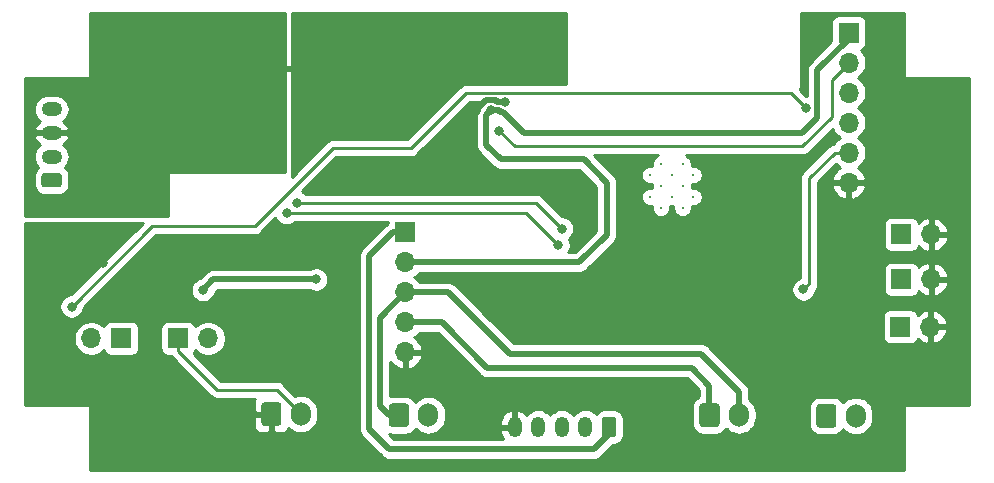
<source format=gbr>
%TF.GenerationSoftware,KiCad,Pcbnew,5.1.7-a382d34a8~87~ubuntu18.04.1*%
%TF.CreationDate,2021-06-03T09:48:45+05:30*%
%TF.ProjectId,Single_scale_v3_kicad,53696e67-6c65-45f7-9363-616c655f7633,rev?*%
%TF.SameCoordinates,Original*%
%TF.FileFunction,Copper,L2,Bot*%
%TF.FilePolarity,Positive*%
%FSLAX46Y46*%
G04 Gerber Fmt 4.6, Leading zero omitted, Abs format (unit mm)*
G04 Created by KiCad (PCBNEW 5.1.7-a382d34a8~87~ubuntu18.04.1) date 2021-06-03 09:48:45*
%MOMM*%
%LPD*%
G01*
G04 APERTURE LIST*
%TA.AperFunction,ComponentPad*%
%ADD10O,1.700000X2.000000*%
%TD*%
%TA.AperFunction,ComponentPad*%
%ADD11O,1.200000X1.750000*%
%TD*%
%TA.AperFunction,ComponentPad*%
%ADD12O,1.750000X1.200000*%
%TD*%
%TA.AperFunction,ComponentPad*%
%ADD13R,1.700000X1.700000*%
%TD*%
%TA.AperFunction,ComponentPad*%
%ADD14O,1.700000X1.700000*%
%TD*%
%TA.AperFunction,ComponentPad*%
%ADD15C,0.300000*%
%TD*%
%TA.AperFunction,ViaPad*%
%ADD16C,0.800000*%
%TD*%
%TA.AperFunction,Conductor*%
%ADD17C,0.500000*%
%TD*%
%TA.AperFunction,Conductor*%
%ADD18C,0.250000*%
%TD*%
%TA.AperFunction,Conductor*%
%ADD19C,0.254000*%
%TD*%
%TA.AperFunction,Conductor*%
%ADD20C,0.100000*%
%TD*%
G04 APERTURE END LIST*
D10*
%TO.P,J15,2*%
%TO.N,+BATT*%
X140700000Y-99000000D03*
%TO.P,J15,1*%
%TO.N,-BATT*%
%TA.AperFunction,ComponentPad*%
G36*
G01*
X137350000Y-99750000D02*
X137350000Y-98250000D01*
G75*
G02*
X137600000Y-98000000I250000J0D01*
G01*
X138800000Y-98000000D01*
G75*
G02*
X139050000Y-98250000I0J-250000D01*
G01*
X139050000Y-99750000D01*
G75*
G02*
X138800000Y-100000000I-250000J0D01*
G01*
X137600000Y-100000000D01*
G75*
G02*
X137350000Y-99750000I0J250000D01*
G01*
G37*
%TD.AperFunction*%
%TD*%
%TO.P,J11,2*%
%TO.N,VCC*%
X114400000Y-99000000D03*
%TO.P,J11,1*%
%TO.N,+BATT*%
%TA.AperFunction,ComponentPad*%
G36*
G01*
X111050000Y-99750000D02*
X111050000Y-98250000D01*
G75*
G02*
X111300000Y-98000000I250000J0D01*
G01*
X112500000Y-98000000D01*
G75*
G02*
X112750000Y-98250000I0J-250000D01*
G01*
X112750000Y-99750000D01*
G75*
G02*
X112500000Y-100000000I-250000J0D01*
G01*
X111300000Y-100000000D01*
G75*
G02*
X111050000Y-99750000I0J250000D01*
G01*
G37*
%TD.AperFunction*%
%TD*%
%TO.P,J10,2*%
%TO.N,Net-(J10-Pad2)*%
X150600000Y-99060000D03*
%TO.P,J10,1*%
%TO.N,Net-(J10-Pad1)*%
%TA.AperFunction,ComponentPad*%
G36*
G01*
X147250000Y-99810000D02*
X147250000Y-98310000D01*
G75*
G02*
X147500000Y-98060000I250000J0D01*
G01*
X148700000Y-98060000D01*
G75*
G02*
X148950000Y-98310000I0J-250000D01*
G01*
X148950000Y-99810000D01*
G75*
G02*
X148700000Y-100060000I-250000J0D01*
G01*
X147500000Y-100060000D01*
G75*
G02*
X147250000Y-99810000I0J250000D01*
G01*
G37*
%TD.AperFunction*%
%TD*%
D11*
%TO.P,J6,5*%
%TO.N,GND*%
X121700000Y-100000000D03*
%TO.P,J6,4*%
%TO.N,/DISP_CS*%
X123700000Y-100000000D03*
%TO.P,J6,3*%
%TO.N,/DISP_DATA*%
X125700000Y-100000000D03*
%TO.P,J6,2*%
%TO.N,/DISP_CLK*%
X127700000Y-100000000D03*
%TO.P,J6,1*%
%TO.N,+5V*%
%TA.AperFunction,ComponentPad*%
G36*
G01*
X130300000Y-99374999D02*
X130300000Y-100625001D01*
G75*
G02*
X130050001Y-100875000I-249999J0D01*
G01*
X129349999Y-100875000D01*
G75*
G02*
X129100000Y-100625001I0J249999D01*
G01*
X129100000Y-99374999D01*
G75*
G02*
X129349999Y-99125000I249999J0D01*
G01*
X130050001Y-99125000D01*
G75*
G02*
X130300000Y-99374999I0J-249999D01*
G01*
G37*
%TD.AperFunction*%
%TD*%
D10*
%TO.P,J2,2*%
%TO.N,Net-(C4-Pad1)*%
X103600000Y-98900000D03*
%TO.P,J2,1*%
%TO.N,GND*%
%TA.AperFunction,ComponentPad*%
G36*
G01*
X100250000Y-99650000D02*
X100250000Y-98150000D01*
G75*
G02*
X100500000Y-97900000I250000J0D01*
G01*
X101700000Y-97900000D01*
G75*
G02*
X101950000Y-98150000I0J-250000D01*
G01*
X101950000Y-99650000D01*
G75*
G02*
X101700000Y-99900000I-250000J0D01*
G01*
X100500000Y-99900000D01*
G75*
G02*
X100250000Y-99650000I0J250000D01*
G01*
G37*
%TD.AperFunction*%
%TD*%
D12*
%TO.P,J1,4*%
%TO.N,Net-(C1-Pad1)*%
X82500000Y-73100000D03*
%TO.P,J1,3*%
%TO.N,GND*%
X82500000Y-75100000D03*
%TO.P,J1,2*%
%TO.N,Net-(J1-Pad2)*%
X82500000Y-77100000D03*
%TO.P,J1,1*%
%TO.N,Net-(J1-Pad1)*%
%TA.AperFunction,ComponentPad*%
G36*
G01*
X83125001Y-79700000D02*
X81874999Y-79700000D01*
G75*
G02*
X81625000Y-79450001I0J249999D01*
G01*
X81625000Y-78749999D01*
G75*
G02*
X81874999Y-78500000I249999J0D01*
G01*
X83125001Y-78500000D01*
G75*
G02*
X83375000Y-78749999I0J-249999D01*
G01*
X83375000Y-79450001D01*
G75*
G02*
X83125001Y-79700000I-249999J0D01*
G01*
G37*
%TD.AperFunction*%
%TD*%
D13*
%TO.P,J3,1*%
%TO.N,+5V*%
X112450000Y-83520000D03*
D14*
%TO.P,J3,2*%
%TO.N,/3.3V*%
X112450000Y-86060000D03*
%TO.P,J3,3*%
%TO.N,+BATT*%
X112450000Y-88600000D03*
%TO.P,J3,4*%
%TO.N,-BATT*%
X112450000Y-91140000D03*
%TO.P,J3,5*%
%TO.N,GND*%
X112450000Y-93680000D03*
%TD*%
D13*
%TO.P,J4,1*%
%TO.N,Net-(C4-Pad1)*%
X88400000Y-92500000D03*
D14*
%TO.P,J4,2*%
%TO.N,Net-(J4-Pad2)*%
X85860000Y-92500000D03*
%TD*%
D13*
%TO.P,J5,1*%
%TO.N,Net-(C4-Pad1)*%
X93200000Y-92500000D03*
D14*
%TO.P,J5,2*%
%TO.N,Net-(J5-Pad2)*%
X95740000Y-92500000D03*
%TD*%
D13*
%TO.P,J9,1*%
%TO.N,/3.3V*%
X150000000Y-66600000D03*
D14*
%TO.P,J9,2*%
%TO.N,/EN*%
X150000000Y-69140000D03*
%TO.P,J9,3*%
%TO.N,Net-(J9-Pad3)*%
X150000000Y-71680000D03*
%TO.P,J9,4*%
%TO.N,Net-(J9-Pad4)*%
X150000000Y-74220000D03*
%TO.P,J9,5*%
%TO.N,Net-(J9-Pad5)*%
X150000000Y-76760000D03*
%TO.P,J9,6*%
%TO.N,GND*%
X150000000Y-79300000D03*
%TD*%
%TO.P,J12,2*%
%TO.N,GND*%
X156972000Y-83700000D03*
D13*
%TO.P,J12,1*%
%TO.N,Net-(J12-Pad1)*%
X154432000Y-83700000D03*
%TD*%
%TO.P,J13,1*%
%TO.N,Net-(J13-Pad1)*%
X154432000Y-87500000D03*
D14*
%TO.P,J13,2*%
%TO.N,GND*%
X156972000Y-87500000D03*
%TD*%
%TO.P,J14,2*%
%TO.N,GND*%
X156900000Y-91500000D03*
D13*
%TO.P,J14,1*%
%TO.N,Net-(J14-Pad1)*%
X154360000Y-91500000D03*
%TD*%
D15*
%TO.P,U5,39_10*%
%TO.N,N/C*%
X134082500Y-77755000D03*
%TO.P,U5,39_11*%
X135917500Y-77755000D03*
%TO.P,U5,39_12*%
X133165000Y-78672500D03*
%TO.P,U5,39_13*%
X135000000Y-78672500D03*
%TO.P,U5,39_14*%
X136835000Y-78672500D03*
%TO.P,U5,39_15*%
X134082500Y-79590000D03*
%TO.P,U5,39_16*%
X135917500Y-79590000D03*
%TO.P,U5,39_17*%
X133165000Y-80507500D03*
%TO.P,U5,39_18*%
X135000000Y-80507500D03*
%TO.P,U5,39_19*%
X136835000Y-80507500D03*
%TO.P,U5,39_20*%
X134082500Y-81425000D03*
%TO.P,U5,39_21*%
X135917500Y-81425000D03*
%TD*%
D16*
%TO.N,GND*%
X120900000Y-68250000D03*
X120850000Y-72450000D03*
X86850000Y-86100000D03*
X84000000Y-87700000D03*
X122450000Y-79350000D03*
X102000000Y-69650000D03*
X109200000Y-83600000D03*
X106150000Y-90650000D03*
X106750000Y-93050000D03*
X118420999Y-73220999D03*
%TO.N,+BATT*%
X95300000Y-88400000D03*
X104900000Y-87500000D03*
%TO.N,Net-(J9-Pad5)*%
X146150000Y-88350000D03*
%TO.N,/EN*%
X120400000Y-74900000D03*
%TO.N,/3.3V*%
X119700000Y-73200000D03*
%TO.N,/IN_CHRG*%
X84200000Y-89800000D03*
X146350000Y-73000000D03*
%TO.N,/PD_SCK*%
X102400000Y-81900000D03*
X125400000Y-84600000D03*
%TO.N,/DOUT*%
X103300000Y-81000000D03*
X125700000Y-83200000D03*
%TD*%
D17*
%TO.N,GND*%
X119291999Y-72349999D02*
X118420999Y-73220999D01*
X120850000Y-72450000D02*
X120208002Y-72450000D01*
X120208002Y-72450000D02*
X120108001Y-72349999D01*
X118250000Y-73391998D02*
X118250000Y-77000000D01*
X120108001Y-72349999D02*
X119291999Y-72349999D01*
X119500000Y-69650000D02*
X120900000Y-68250000D01*
X102000000Y-69650000D02*
X119500000Y-69650000D01*
X118420999Y-73220999D02*
X118250000Y-73391998D01*
%TO.N,+5V*%
X109400000Y-85500000D02*
X111380000Y-83520000D01*
X129700000Y-100600000D02*
X128400000Y-101900000D01*
X129700000Y-100000000D02*
X129700000Y-100600000D01*
X111380000Y-83520000D02*
X112450000Y-83520000D01*
X128400000Y-101900000D02*
X111100000Y-101900000D01*
X111100000Y-101900000D02*
X109400000Y-100200000D01*
X109400000Y-100200000D02*
X109400000Y-85500000D01*
D18*
%TO.N,Net-(C4-Pad1)*%
X93200000Y-93550000D02*
X93200000Y-92500000D01*
X96500000Y-96850000D02*
X93200000Y-93550000D01*
X103600000Y-98900000D02*
X101550000Y-96850000D01*
X101550000Y-96850000D02*
X96500000Y-96850000D01*
D17*
%TO.N,-BATT*%
X115540000Y-91140000D02*
X112450000Y-91140000D01*
X119400000Y-95000000D02*
X115540000Y-91140000D01*
X136700000Y-95000000D02*
X119400000Y-95000000D01*
X138200000Y-99000000D02*
X138200000Y-96500000D01*
X138200000Y-96500000D02*
X136700000Y-95000000D01*
%TO.N,+BATT*%
X121300000Y-93800000D02*
X137500000Y-93800000D01*
X137500000Y-93800000D02*
X140700000Y-97000000D01*
X112450000Y-88600000D02*
X116100000Y-88600000D01*
X140700000Y-97000000D02*
X140700000Y-99000000D01*
X116100000Y-88600000D02*
X121300000Y-93800000D01*
X111050000Y-99000000D02*
X110300000Y-98250000D01*
X111900000Y-99000000D02*
X111050000Y-99000000D01*
X110300000Y-90750000D02*
X112450000Y-88600000D01*
X110300000Y-98250000D02*
X110300000Y-90750000D01*
X95300000Y-88400000D02*
X96200000Y-87500000D01*
X96200000Y-87500000D02*
X104900000Y-87500000D01*
D18*
%TO.N,Net-(J9-Pad5)*%
X146150000Y-88350000D02*
X146650000Y-87850000D01*
X146650000Y-87850000D02*
X146650000Y-78900000D01*
X148790000Y-76760000D02*
X150000000Y-76760000D01*
X146650000Y-78900000D02*
X148790000Y-76760000D01*
%TO.N,/EN*%
X146050000Y-76250000D02*
X121750000Y-76250000D01*
X150000000Y-69140000D02*
X148550000Y-70590000D01*
X121750000Y-76250000D02*
X120400000Y-74900000D01*
X148550000Y-73750000D02*
X146050000Y-76250000D01*
X148550000Y-70590000D02*
X148550000Y-73750000D01*
D17*
%TO.N,/3.3V*%
X120341998Y-73200000D02*
X119700000Y-73200000D01*
X120441999Y-73300001D02*
X120341998Y-73200000D01*
X120700001Y-73300001D02*
X120441999Y-73300001D01*
X150000000Y-67121765D02*
X147310882Y-69810882D01*
X146050000Y-75100000D02*
X122500000Y-75100000D01*
X150000000Y-66600000D02*
X150000000Y-67121765D01*
X147310882Y-73839118D02*
X146050000Y-75100000D01*
X147310882Y-69810882D02*
X147310882Y-73839118D01*
X122500000Y-75100000D02*
X120700001Y-73300001D01*
X119300001Y-76100001D02*
X119300001Y-73599999D01*
X112450000Y-86060000D02*
X127190000Y-86060000D01*
X127190000Y-86060000D02*
X129500000Y-83750000D01*
X129500000Y-83750000D02*
X129500000Y-79300000D01*
X120550000Y-77350000D02*
X119300001Y-76100001D01*
X119300001Y-73599999D02*
X119700000Y-73200000D01*
X129500000Y-79300000D02*
X127550000Y-77350000D01*
X127550000Y-77350000D02*
X120550000Y-77350000D01*
D18*
%TO.N,/IN_CHRG*%
X99700000Y-83000000D02*
X106300000Y-76400000D01*
X91000000Y-83000000D02*
X99700000Y-83000000D01*
X84200000Y-89800000D02*
X91000000Y-83000000D01*
X106300000Y-76400000D02*
X112900000Y-76400000D01*
X145074999Y-71724999D02*
X146350000Y-73000000D01*
X112900000Y-76400000D02*
X117575001Y-71724999D01*
X117575001Y-71724999D02*
X145074999Y-71724999D01*
%TO.N,/PD_SCK*%
X102400000Y-81900000D02*
X122700000Y-81900000D01*
X122700000Y-81900000D02*
X125400000Y-84600000D01*
%TO.N,/DOUT*%
X103300000Y-81000000D02*
X123500000Y-81000000D01*
X123500000Y-81000000D02*
X125700000Y-83200000D01*
%TD*%
D19*
%TO.N,GND*%
X102273000Y-78373000D02*
X92500000Y-78373000D01*
X92475224Y-78375440D01*
X92451399Y-78382667D01*
X92429443Y-78394403D01*
X92410197Y-78410197D01*
X92394403Y-78429443D01*
X92382667Y-78451399D01*
X92375440Y-78475224D01*
X92373000Y-78500000D01*
X92373000Y-82173000D01*
X80260000Y-82173000D01*
X80260000Y-77100000D01*
X80984025Y-77100000D01*
X81007870Y-77342102D01*
X81078489Y-77574901D01*
X81193167Y-77789449D01*
X81347498Y-77977502D01*
X81386111Y-78009191D01*
X81381613Y-78011595D01*
X81247038Y-78122038D01*
X81136595Y-78256613D01*
X81054528Y-78410149D01*
X81003992Y-78576745D01*
X80986928Y-78749999D01*
X80986928Y-79450001D01*
X81003992Y-79623255D01*
X81054528Y-79789851D01*
X81136595Y-79943387D01*
X81247038Y-80077962D01*
X81381613Y-80188405D01*
X81535149Y-80270472D01*
X81701745Y-80321008D01*
X81874999Y-80338072D01*
X83125001Y-80338072D01*
X83298255Y-80321008D01*
X83464851Y-80270472D01*
X83618387Y-80188405D01*
X83752962Y-80077962D01*
X83863405Y-79943387D01*
X83945472Y-79789851D01*
X83996008Y-79623255D01*
X84013072Y-79450001D01*
X84013072Y-78749999D01*
X83996008Y-78576745D01*
X83945472Y-78410149D01*
X83863405Y-78256613D01*
X83752962Y-78122038D01*
X83618387Y-78011595D01*
X83613889Y-78009191D01*
X83652502Y-77977502D01*
X83806833Y-77789449D01*
X83921511Y-77574901D01*
X83992130Y-77342102D01*
X84015975Y-77100000D01*
X83992130Y-76857898D01*
X83921511Y-76625099D01*
X83806833Y-76410551D01*
X83652502Y-76222498D01*
X83502652Y-76099519D01*
X83566725Y-76056307D01*
X83738078Y-75883474D01*
X83872421Y-75680533D01*
X83964591Y-75455282D01*
X83968462Y-75417609D01*
X83843731Y-75227000D01*
X82627000Y-75227000D01*
X82627000Y-75247000D01*
X82373000Y-75247000D01*
X82373000Y-75227000D01*
X81156269Y-75227000D01*
X81031538Y-75417609D01*
X81035409Y-75455282D01*
X81127579Y-75680533D01*
X81261922Y-75883474D01*
X81433275Y-76056307D01*
X81497348Y-76099519D01*
X81347498Y-76222498D01*
X81193167Y-76410551D01*
X81078489Y-76625099D01*
X81007870Y-76857898D01*
X80984025Y-77100000D01*
X80260000Y-77100000D01*
X80260000Y-73100000D01*
X80984025Y-73100000D01*
X81007870Y-73342102D01*
X81078489Y-73574901D01*
X81193167Y-73789449D01*
X81347498Y-73977502D01*
X81497348Y-74100481D01*
X81433275Y-74143693D01*
X81261922Y-74316526D01*
X81127579Y-74519467D01*
X81035409Y-74744718D01*
X81031538Y-74782391D01*
X81156269Y-74973000D01*
X82373000Y-74973000D01*
X82373000Y-74953000D01*
X82627000Y-74953000D01*
X82627000Y-74973000D01*
X83843731Y-74973000D01*
X83968462Y-74782391D01*
X83964591Y-74744718D01*
X83872421Y-74519467D01*
X83738078Y-74316526D01*
X83566725Y-74143693D01*
X83502652Y-74100481D01*
X83652502Y-73977502D01*
X83806833Y-73789449D01*
X83921511Y-73574901D01*
X83992130Y-73342102D01*
X84015975Y-73100000D01*
X83992130Y-72857898D01*
X83921511Y-72625099D01*
X83806833Y-72410551D01*
X83652502Y-72222498D01*
X83464449Y-72068167D01*
X83249901Y-71953489D01*
X83017102Y-71882870D01*
X82835665Y-71865000D01*
X82164335Y-71865000D01*
X81982898Y-71882870D01*
X81750099Y-71953489D01*
X81535551Y-72068167D01*
X81347498Y-72222498D01*
X81193167Y-72410551D01*
X81078489Y-72625099D01*
X81007870Y-72857898D01*
X80984025Y-73100000D01*
X80260000Y-73100000D01*
X80260000Y-70427000D01*
X85600000Y-70427000D01*
X85624776Y-70424560D01*
X85648601Y-70417333D01*
X85670557Y-70405597D01*
X85689803Y-70389803D01*
X85705597Y-70370557D01*
X85717333Y-70348601D01*
X85724560Y-70324776D01*
X85727000Y-70300000D01*
X85727000Y-64960000D01*
X102273000Y-64960000D01*
X102273000Y-78373000D01*
%TA.AperFunction,Conductor*%
D20*
G36*
X102273000Y-78373000D02*
G01*
X92500000Y-78373000D01*
X92475224Y-78375440D01*
X92451399Y-78382667D01*
X92429443Y-78394403D01*
X92410197Y-78410197D01*
X92394403Y-78429443D01*
X92382667Y-78451399D01*
X92375440Y-78475224D01*
X92373000Y-78500000D01*
X92373000Y-82173000D01*
X80260000Y-82173000D01*
X80260000Y-77100000D01*
X80984025Y-77100000D01*
X81007870Y-77342102D01*
X81078489Y-77574901D01*
X81193167Y-77789449D01*
X81347498Y-77977502D01*
X81386111Y-78009191D01*
X81381613Y-78011595D01*
X81247038Y-78122038D01*
X81136595Y-78256613D01*
X81054528Y-78410149D01*
X81003992Y-78576745D01*
X80986928Y-78749999D01*
X80986928Y-79450001D01*
X81003992Y-79623255D01*
X81054528Y-79789851D01*
X81136595Y-79943387D01*
X81247038Y-80077962D01*
X81381613Y-80188405D01*
X81535149Y-80270472D01*
X81701745Y-80321008D01*
X81874999Y-80338072D01*
X83125001Y-80338072D01*
X83298255Y-80321008D01*
X83464851Y-80270472D01*
X83618387Y-80188405D01*
X83752962Y-80077962D01*
X83863405Y-79943387D01*
X83945472Y-79789851D01*
X83996008Y-79623255D01*
X84013072Y-79450001D01*
X84013072Y-78749999D01*
X83996008Y-78576745D01*
X83945472Y-78410149D01*
X83863405Y-78256613D01*
X83752962Y-78122038D01*
X83618387Y-78011595D01*
X83613889Y-78009191D01*
X83652502Y-77977502D01*
X83806833Y-77789449D01*
X83921511Y-77574901D01*
X83992130Y-77342102D01*
X84015975Y-77100000D01*
X83992130Y-76857898D01*
X83921511Y-76625099D01*
X83806833Y-76410551D01*
X83652502Y-76222498D01*
X83502652Y-76099519D01*
X83566725Y-76056307D01*
X83738078Y-75883474D01*
X83872421Y-75680533D01*
X83964591Y-75455282D01*
X83968462Y-75417609D01*
X83843731Y-75227000D01*
X82627000Y-75227000D01*
X82627000Y-75247000D01*
X82373000Y-75247000D01*
X82373000Y-75227000D01*
X81156269Y-75227000D01*
X81031538Y-75417609D01*
X81035409Y-75455282D01*
X81127579Y-75680533D01*
X81261922Y-75883474D01*
X81433275Y-76056307D01*
X81497348Y-76099519D01*
X81347498Y-76222498D01*
X81193167Y-76410551D01*
X81078489Y-76625099D01*
X81007870Y-76857898D01*
X80984025Y-77100000D01*
X80260000Y-77100000D01*
X80260000Y-73100000D01*
X80984025Y-73100000D01*
X81007870Y-73342102D01*
X81078489Y-73574901D01*
X81193167Y-73789449D01*
X81347498Y-73977502D01*
X81497348Y-74100481D01*
X81433275Y-74143693D01*
X81261922Y-74316526D01*
X81127579Y-74519467D01*
X81035409Y-74744718D01*
X81031538Y-74782391D01*
X81156269Y-74973000D01*
X82373000Y-74973000D01*
X82373000Y-74953000D01*
X82627000Y-74953000D01*
X82627000Y-74973000D01*
X83843731Y-74973000D01*
X83968462Y-74782391D01*
X83964591Y-74744718D01*
X83872421Y-74519467D01*
X83738078Y-74316526D01*
X83566725Y-74143693D01*
X83502652Y-74100481D01*
X83652502Y-73977502D01*
X83806833Y-73789449D01*
X83921511Y-73574901D01*
X83992130Y-73342102D01*
X84015975Y-73100000D01*
X83992130Y-72857898D01*
X83921511Y-72625099D01*
X83806833Y-72410551D01*
X83652502Y-72222498D01*
X83464449Y-72068167D01*
X83249901Y-71953489D01*
X83017102Y-71882870D01*
X82835665Y-71865000D01*
X82164335Y-71865000D01*
X81982898Y-71882870D01*
X81750099Y-71953489D01*
X81535551Y-72068167D01*
X81347498Y-72222498D01*
X81193167Y-72410551D01*
X81078489Y-72625099D01*
X81007870Y-72857898D01*
X80984025Y-73100000D01*
X80260000Y-73100000D01*
X80260000Y-70427000D01*
X85600000Y-70427000D01*
X85624776Y-70424560D01*
X85648601Y-70417333D01*
X85670557Y-70405597D01*
X85689803Y-70389803D01*
X85705597Y-70370557D01*
X85717333Y-70348601D01*
X85724560Y-70324776D01*
X85727000Y-70300000D01*
X85727000Y-64960000D01*
X102273000Y-64960000D01*
X102273000Y-78373000D01*
G37*
%TD.AperFunction*%
%TD*%
D19*
%TO.N,GND*%
X154673000Y-70300000D02*
X154675440Y-70324776D01*
X154682667Y-70348601D01*
X154694403Y-70370557D01*
X154710197Y-70389803D01*
X154729443Y-70405597D01*
X154751399Y-70417333D01*
X154775224Y-70424560D01*
X154800000Y-70427000D01*
X160140000Y-70427000D01*
X160140001Y-98173000D01*
X154800000Y-98173000D01*
X154775224Y-98175440D01*
X154751399Y-98182667D01*
X154729443Y-98194403D01*
X154710197Y-98210197D01*
X154694403Y-98229443D01*
X154682667Y-98251399D01*
X154675440Y-98275224D01*
X154673000Y-98300000D01*
X154673000Y-103640000D01*
X85727000Y-103640000D01*
X85727000Y-99900000D01*
X99611928Y-99900000D01*
X99624188Y-100024482D01*
X99660498Y-100144180D01*
X99719463Y-100254494D01*
X99798815Y-100351185D01*
X99895506Y-100430537D01*
X100005820Y-100489502D01*
X100125518Y-100525812D01*
X100250000Y-100538072D01*
X100814250Y-100535000D01*
X100973000Y-100376250D01*
X100973000Y-99027000D01*
X99773750Y-99027000D01*
X99615000Y-99185750D01*
X99611928Y-99900000D01*
X85727000Y-99900000D01*
X85727000Y-98300000D01*
X85724560Y-98275224D01*
X85717333Y-98251399D01*
X85705597Y-98229443D01*
X85689803Y-98210197D01*
X85670557Y-98194403D01*
X85648601Y-98182667D01*
X85624776Y-98175440D01*
X85600000Y-98173000D01*
X80260000Y-98173000D01*
X80260000Y-92353740D01*
X84375000Y-92353740D01*
X84375000Y-92646260D01*
X84432068Y-92933158D01*
X84544010Y-93203411D01*
X84706525Y-93446632D01*
X84913368Y-93653475D01*
X85156589Y-93815990D01*
X85426842Y-93927932D01*
X85713740Y-93985000D01*
X86006260Y-93985000D01*
X86293158Y-93927932D01*
X86563411Y-93815990D01*
X86806632Y-93653475D01*
X86938487Y-93521620D01*
X86960498Y-93594180D01*
X87019463Y-93704494D01*
X87098815Y-93801185D01*
X87195506Y-93880537D01*
X87305820Y-93939502D01*
X87425518Y-93975812D01*
X87550000Y-93988072D01*
X89250000Y-93988072D01*
X89374482Y-93975812D01*
X89494180Y-93939502D01*
X89604494Y-93880537D01*
X89701185Y-93801185D01*
X89780537Y-93704494D01*
X89839502Y-93594180D01*
X89875812Y-93474482D01*
X89888072Y-93350000D01*
X89888072Y-91650000D01*
X91711928Y-91650000D01*
X91711928Y-93350000D01*
X91724188Y-93474482D01*
X91760498Y-93594180D01*
X91819463Y-93704494D01*
X91898815Y-93801185D01*
X91995506Y-93880537D01*
X92105820Y-93939502D01*
X92225518Y-93975812D01*
X92350000Y-93988072D01*
X92576348Y-93988072D01*
X92604871Y-94022826D01*
X92659999Y-94090001D01*
X92689003Y-94113804D01*
X95936200Y-97361002D01*
X95959999Y-97390001D01*
X96075724Y-97484974D01*
X96207753Y-97555546D01*
X96351014Y-97599003D01*
X96462667Y-97610000D01*
X96462675Y-97610000D01*
X96500000Y-97613676D01*
X96537325Y-97610000D01*
X99684990Y-97610000D01*
X99660498Y-97655820D01*
X99624188Y-97775518D01*
X99611928Y-97900000D01*
X99615000Y-98614250D01*
X99773750Y-98773000D01*
X100973000Y-98773000D01*
X100973000Y-98753000D01*
X101227000Y-98753000D01*
X101227000Y-98773000D01*
X101247000Y-98773000D01*
X101247000Y-99027000D01*
X101227000Y-99027000D01*
X101227000Y-100376250D01*
X101385750Y-100535000D01*
X101950000Y-100538072D01*
X102074482Y-100525812D01*
X102194180Y-100489502D01*
X102304494Y-100430537D01*
X102401185Y-100351185D01*
X102480537Y-100254494D01*
X102539502Y-100144180D01*
X102550055Y-100109392D01*
X102770987Y-100290706D01*
X103028967Y-100428599D01*
X103308890Y-100513513D01*
X103600000Y-100542185D01*
X103891111Y-100513513D01*
X104171034Y-100428599D01*
X104429014Y-100290706D01*
X104655134Y-100105134D01*
X104840706Y-99879014D01*
X104978599Y-99621033D01*
X105063513Y-99341110D01*
X105085000Y-99122949D01*
X105085000Y-98677050D01*
X105063513Y-98458889D01*
X104978599Y-98178966D01*
X104840706Y-97920986D01*
X104655134Y-97694866D01*
X104429013Y-97509294D01*
X104171033Y-97371401D01*
X103891110Y-97286487D01*
X103600000Y-97257815D01*
X103308889Y-97286487D01*
X103118916Y-97344115D01*
X102113804Y-96339003D01*
X102090001Y-96309999D01*
X101974276Y-96215026D01*
X101842247Y-96144454D01*
X101698986Y-96100997D01*
X101587333Y-96090000D01*
X101587322Y-96090000D01*
X101550000Y-96086324D01*
X101512678Y-96090000D01*
X96814802Y-96090000D01*
X94512364Y-93787563D01*
X94580537Y-93704494D01*
X94639502Y-93594180D01*
X94661513Y-93521620D01*
X94793368Y-93653475D01*
X95036589Y-93815990D01*
X95306842Y-93927932D01*
X95593740Y-93985000D01*
X95886260Y-93985000D01*
X96173158Y-93927932D01*
X96443411Y-93815990D01*
X96686632Y-93653475D01*
X96893475Y-93446632D01*
X97055990Y-93203411D01*
X97167932Y-92933158D01*
X97225000Y-92646260D01*
X97225000Y-92353740D01*
X97167932Y-92066842D01*
X97055990Y-91796589D01*
X96893475Y-91553368D01*
X96686632Y-91346525D01*
X96443411Y-91184010D01*
X96173158Y-91072068D01*
X95886260Y-91015000D01*
X95593740Y-91015000D01*
X95306842Y-91072068D01*
X95036589Y-91184010D01*
X94793368Y-91346525D01*
X94661513Y-91478380D01*
X94639502Y-91405820D01*
X94580537Y-91295506D01*
X94501185Y-91198815D01*
X94404494Y-91119463D01*
X94294180Y-91060498D01*
X94174482Y-91024188D01*
X94050000Y-91011928D01*
X92350000Y-91011928D01*
X92225518Y-91024188D01*
X92105820Y-91060498D01*
X91995506Y-91119463D01*
X91898815Y-91198815D01*
X91819463Y-91295506D01*
X91760498Y-91405820D01*
X91724188Y-91525518D01*
X91711928Y-91650000D01*
X89888072Y-91650000D01*
X89875812Y-91525518D01*
X89839502Y-91405820D01*
X89780537Y-91295506D01*
X89701185Y-91198815D01*
X89604494Y-91119463D01*
X89494180Y-91060498D01*
X89374482Y-91024188D01*
X89250000Y-91011928D01*
X87550000Y-91011928D01*
X87425518Y-91024188D01*
X87305820Y-91060498D01*
X87195506Y-91119463D01*
X87098815Y-91198815D01*
X87019463Y-91295506D01*
X86960498Y-91405820D01*
X86938487Y-91478380D01*
X86806632Y-91346525D01*
X86563411Y-91184010D01*
X86293158Y-91072068D01*
X86006260Y-91015000D01*
X85713740Y-91015000D01*
X85426842Y-91072068D01*
X85156589Y-91184010D01*
X84913368Y-91346525D01*
X84706525Y-91553368D01*
X84544010Y-91796589D01*
X84432068Y-92066842D01*
X84375000Y-92353740D01*
X80260000Y-92353740D01*
X80260000Y-82727000D01*
X90198198Y-82727000D01*
X84160199Y-88765000D01*
X84098061Y-88765000D01*
X83898102Y-88804774D01*
X83709744Y-88882795D01*
X83540226Y-88996063D01*
X83396063Y-89140226D01*
X83282795Y-89309744D01*
X83204774Y-89498102D01*
X83165000Y-89698061D01*
X83165000Y-89901939D01*
X83204774Y-90101898D01*
X83282795Y-90290256D01*
X83396063Y-90459774D01*
X83540226Y-90603937D01*
X83709744Y-90717205D01*
X83898102Y-90795226D01*
X84098061Y-90835000D01*
X84301939Y-90835000D01*
X84501898Y-90795226D01*
X84690256Y-90717205D01*
X84859774Y-90603937D01*
X85003937Y-90459774D01*
X85117205Y-90290256D01*
X85195226Y-90101898D01*
X85235000Y-89901939D01*
X85235000Y-89839801D01*
X86776740Y-88298061D01*
X94265000Y-88298061D01*
X94265000Y-88501939D01*
X94304774Y-88701898D01*
X94382795Y-88890256D01*
X94496063Y-89059774D01*
X94640226Y-89203937D01*
X94809744Y-89317205D01*
X94998102Y-89395226D01*
X95198061Y-89435000D01*
X95401939Y-89435000D01*
X95601898Y-89395226D01*
X95790256Y-89317205D01*
X95959774Y-89203937D01*
X96103937Y-89059774D01*
X96217205Y-88890256D01*
X96295226Y-88701898D01*
X96306535Y-88645043D01*
X96566579Y-88385000D01*
X104361546Y-88385000D01*
X104409744Y-88417205D01*
X104598102Y-88495226D01*
X104798061Y-88535000D01*
X105001939Y-88535000D01*
X105201898Y-88495226D01*
X105390256Y-88417205D01*
X105559774Y-88303937D01*
X105703937Y-88159774D01*
X105817205Y-87990256D01*
X105895226Y-87801898D01*
X105935000Y-87601939D01*
X105935000Y-87398061D01*
X105895226Y-87198102D01*
X105817205Y-87009744D01*
X105703937Y-86840226D01*
X105559774Y-86696063D01*
X105390256Y-86582795D01*
X105201898Y-86504774D01*
X105001939Y-86465000D01*
X104798061Y-86465000D01*
X104598102Y-86504774D01*
X104409744Y-86582795D01*
X104361546Y-86615000D01*
X96243465Y-86615000D01*
X96199999Y-86610719D01*
X96156533Y-86615000D01*
X96156523Y-86615000D01*
X96026510Y-86627805D01*
X95859687Y-86678411D01*
X95705941Y-86760589D01*
X95676452Y-86784790D01*
X95604953Y-86843468D01*
X95604951Y-86843470D01*
X95571183Y-86871183D01*
X95543470Y-86904951D01*
X95054957Y-87393465D01*
X94998102Y-87404774D01*
X94809744Y-87482795D01*
X94640226Y-87596063D01*
X94496063Y-87740226D01*
X94382795Y-87909744D01*
X94304774Y-88098102D01*
X94265000Y-88298061D01*
X86776740Y-88298061D01*
X91314802Y-83760000D01*
X99662678Y-83760000D01*
X99700000Y-83763676D01*
X99737322Y-83760000D01*
X99737333Y-83760000D01*
X99848986Y-83749003D01*
X99992247Y-83705546D01*
X100124276Y-83634974D01*
X100240001Y-83540001D01*
X100263804Y-83510997D01*
X101454018Y-82320783D01*
X101482795Y-82390256D01*
X101596063Y-82559774D01*
X101740226Y-82703937D01*
X101909744Y-82817205D01*
X102098102Y-82895226D01*
X102298061Y-82935000D01*
X102501939Y-82935000D01*
X102701898Y-82895226D01*
X102890256Y-82817205D01*
X103059774Y-82703937D01*
X103103711Y-82660000D01*
X110962913Y-82660000D01*
X110961928Y-82670000D01*
X110961928Y-82739974D01*
X110885941Y-82780589D01*
X110784953Y-82863468D01*
X110784951Y-82863470D01*
X110751183Y-82891183D01*
X110723470Y-82924951D01*
X108804951Y-84843471D01*
X108771184Y-84871183D01*
X108743471Y-84904951D01*
X108743468Y-84904954D01*
X108660590Y-85005941D01*
X108578412Y-85159687D01*
X108527805Y-85326510D01*
X108510719Y-85500000D01*
X108515001Y-85543479D01*
X108515000Y-100156531D01*
X108510719Y-100200000D01*
X108515000Y-100243469D01*
X108515000Y-100243476D01*
X108519652Y-100290706D01*
X108527805Y-100373490D01*
X108529162Y-100377962D01*
X108578411Y-100540312D01*
X108660589Y-100694058D01*
X108771183Y-100828817D01*
X108804956Y-100856534D01*
X110443470Y-102495049D01*
X110471183Y-102528817D01*
X110504951Y-102556530D01*
X110504953Y-102556532D01*
X110576452Y-102615210D01*
X110605941Y-102639411D01*
X110759687Y-102721589D01*
X110926510Y-102772195D01*
X111056523Y-102785000D01*
X111056533Y-102785000D01*
X111099999Y-102789281D01*
X111143466Y-102785000D01*
X128356531Y-102785000D01*
X128400000Y-102789281D01*
X128443469Y-102785000D01*
X128443477Y-102785000D01*
X128573490Y-102772195D01*
X128740313Y-102721589D01*
X128894059Y-102639411D01*
X129028817Y-102528817D01*
X129056534Y-102495044D01*
X130038507Y-101513072D01*
X130050001Y-101513072D01*
X130223255Y-101496008D01*
X130389851Y-101445472D01*
X130543387Y-101363405D01*
X130677962Y-101252962D01*
X130788405Y-101118387D01*
X130870472Y-100964851D01*
X130921008Y-100798255D01*
X130938072Y-100625001D01*
X130938072Y-99374999D01*
X130921008Y-99201745D01*
X130870472Y-99035149D01*
X130788405Y-98881613D01*
X130677962Y-98747038D01*
X130543387Y-98636595D01*
X130389851Y-98554528D01*
X130223255Y-98503992D01*
X130050001Y-98486928D01*
X129349999Y-98486928D01*
X129176745Y-98503992D01*
X129010149Y-98554528D01*
X128856613Y-98636595D01*
X128722038Y-98747038D01*
X128611595Y-98881613D01*
X128609191Y-98886111D01*
X128577502Y-98847498D01*
X128389449Y-98693167D01*
X128174901Y-98578489D01*
X127942102Y-98507870D01*
X127700000Y-98484025D01*
X127457899Y-98507870D01*
X127225100Y-98578489D01*
X127010552Y-98693167D01*
X126822499Y-98847498D01*
X126700001Y-98996763D01*
X126577502Y-98847498D01*
X126389449Y-98693167D01*
X126174901Y-98578489D01*
X125942102Y-98507870D01*
X125700000Y-98484025D01*
X125457899Y-98507870D01*
X125225100Y-98578489D01*
X125010552Y-98693167D01*
X124822499Y-98847498D01*
X124700001Y-98996763D01*
X124577502Y-98847498D01*
X124389449Y-98693167D01*
X124174901Y-98578489D01*
X123942102Y-98507870D01*
X123700000Y-98484025D01*
X123457899Y-98507870D01*
X123225100Y-98578489D01*
X123010552Y-98693167D01*
X122822499Y-98847498D01*
X122699520Y-98997349D01*
X122656307Y-98933275D01*
X122483474Y-98761922D01*
X122280533Y-98627579D01*
X122055282Y-98535409D01*
X122017609Y-98531538D01*
X121827000Y-98656269D01*
X121827000Y-99873000D01*
X121847000Y-99873000D01*
X121847000Y-100127000D01*
X121827000Y-100127000D01*
X121827000Y-100147000D01*
X121573000Y-100147000D01*
X121573000Y-100127000D01*
X120465000Y-100127000D01*
X120465000Y-100402000D01*
X120513507Y-100640496D01*
X120607610Y-100864946D01*
X120708809Y-101015000D01*
X111466579Y-101015000D01*
X111049004Y-100597425D01*
X111126746Y-100621008D01*
X111300000Y-100638072D01*
X112500000Y-100638072D01*
X112673254Y-100621008D01*
X112839850Y-100570472D01*
X112993386Y-100488405D01*
X113127962Y-100377962D01*
X113238405Y-100243386D01*
X113292777Y-100141663D01*
X113344866Y-100205134D01*
X113570987Y-100390706D01*
X113828967Y-100528599D01*
X114108890Y-100613513D01*
X114400000Y-100642185D01*
X114691111Y-100613513D01*
X114971034Y-100528599D01*
X115229014Y-100390706D01*
X115455134Y-100205134D01*
X115640706Y-99979014D01*
X115778599Y-99721033D01*
X115815920Y-99598000D01*
X120465000Y-99598000D01*
X120465000Y-99873000D01*
X121573000Y-99873000D01*
X121573000Y-98656269D01*
X121382391Y-98531538D01*
X121344718Y-98535409D01*
X121119467Y-98627579D01*
X120916526Y-98761922D01*
X120743693Y-98933275D01*
X120607610Y-99135054D01*
X120513507Y-99359504D01*
X120465000Y-99598000D01*
X115815920Y-99598000D01*
X115863513Y-99441110D01*
X115885000Y-99222949D01*
X115885000Y-98777050D01*
X115863513Y-98558889D01*
X115778599Y-98278966D01*
X115640706Y-98020986D01*
X115455134Y-97794866D01*
X115229013Y-97609294D01*
X114971033Y-97471401D01*
X114691110Y-97386487D01*
X114400000Y-97357815D01*
X114108889Y-97386487D01*
X113828966Y-97471401D01*
X113570986Y-97609294D01*
X113344866Y-97794866D01*
X113292777Y-97858337D01*
X113238405Y-97756614D01*
X113127962Y-97622038D01*
X112993386Y-97511595D01*
X112839850Y-97429528D01*
X112673254Y-97378992D01*
X112500000Y-97361928D01*
X111300000Y-97361928D01*
X111185000Y-97373254D01*
X111185000Y-94455823D01*
X111352412Y-94680269D01*
X111568645Y-94875178D01*
X111818748Y-95024157D01*
X112093109Y-95121481D01*
X112323000Y-95000814D01*
X112323000Y-93807000D01*
X112577000Y-93807000D01*
X112577000Y-95000814D01*
X112806891Y-95121481D01*
X113081252Y-95024157D01*
X113331355Y-94875178D01*
X113547588Y-94680269D01*
X113721641Y-94446920D01*
X113846825Y-94184099D01*
X113891476Y-94036890D01*
X113770155Y-93807000D01*
X112577000Y-93807000D01*
X112323000Y-93807000D01*
X112303000Y-93807000D01*
X112303000Y-93553000D01*
X112323000Y-93553000D01*
X112323000Y-93533000D01*
X112577000Y-93533000D01*
X112577000Y-93553000D01*
X113770155Y-93553000D01*
X113891476Y-93323110D01*
X113846825Y-93175901D01*
X113721641Y-92913080D01*
X113547588Y-92679731D01*
X113331355Y-92484822D01*
X113214466Y-92415195D01*
X113396632Y-92293475D01*
X113603475Y-92086632D01*
X113644656Y-92025000D01*
X115173422Y-92025000D01*
X118743470Y-95595049D01*
X118771183Y-95628817D01*
X118804951Y-95656530D01*
X118804953Y-95656532D01*
X118831613Y-95678411D01*
X118905941Y-95739411D01*
X119059687Y-95821589D01*
X119226510Y-95872195D01*
X119356523Y-95885000D01*
X119356533Y-95885000D01*
X119399999Y-95889281D01*
X119443465Y-95885000D01*
X136333422Y-95885000D01*
X137315001Y-96866580D01*
X137315001Y-97412889D01*
X137260150Y-97429528D01*
X137106614Y-97511595D01*
X136972038Y-97622038D01*
X136861595Y-97756614D01*
X136779528Y-97910150D01*
X136728992Y-98076746D01*
X136711928Y-98250000D01*
X136711928Y-99750000D01*
X136728992Y-99923254D01*
X136779528Y-100089850D01*
X136861595Y-100243386D01*
X136972038Y-100377962D01*
X137106614Y-100488405D01*
X137260150Y-100570472D01*
X137426746Y-100621008D01*
X137600000Y-100638072D01*
X138800000Y-100638072D01*
X138973254Y-100621008D01*
X139139850Y-100570472D01*
X139293386Y-100488405D01*
X139427962Y-100377962D01*
X139538405Y-100243386D01*
X139592777Y-100141663D01*
X139644866Y-100205134D01*
X139870987Y-100390706D01*
X140128967Y-100528599D01*
X140408890Y-100613513D01*
X140700000Y-100642185D01*
X140991111Y-100613513D01*
X141271034Y-100528599D01*
X141529014Y-100390706D01*
X141755134Y-100205134D01*
X141940706Y-99979014D01*
X142078599Y-99721033D01*
X142163513Y-99441110D01*
X142185000Y-99222949D01*
X142185000Y-98777050D01*
X142163513Y-98558889D01*
X142088014Y-98310000D01*
X146611928Y-98310000D01*
X146611928Y-99810000D01*
X146628992Y-99983254D01*
X146679528Y-100149850D01*
X146761595Y-100303386D01*
X146872038Y-100437962D01*
X147006614Y-100548405D01*
X147160150Y-100630472D01*
X147326746Y-100681008D01*
X147500000Y-100698072D01*
X148700000Y-100698072D01*
X148873254Y-100681008D01*
X149039850Y-100630472D01*
X149193386Y-100548405D01*
X149327962Y-100437962D01*
X149438405Y-100303386D01*
X149492777Y-100201663D01*
X149544866Y-100265134D01*
X149770987Y-100450706D01*
X150028967Y-100588599D01*
X150308890Y-100673513D01*
X150600000Y-100702185D01*
X150891111Y-100673513D01*
X151171034Y-100588599D01*
X151429014Y-100450706D01*
X151655134Y-100265134D01*
X151840706Y-100039014D01*
X151978599Y-99781033D01*
X152063513Y-99501110D01*
X152085000Y-99282949D01*
X152085000Y-98837050D01*
X152063513Y-98618889D01*
X151978599Y-98338966D01*
X151840706Y-98080986D01*
X151655134Y-97854866D01*
X151429013Y-97669294D01*
X151171033Y-97531401D01*
X150891110Y-97446487D01*
X150600000Y-97417815D01*
X150308889Y-97446487D01*
X150028966Y-97531401D01*
X149770986Y-97669294D01*
X149544866Y-97854866D01*
X149492777Y-97918337D01*
X149438405Y-97816614D01*
X149327962Y-97682038D01*
X149193386Y-97571595D01*
X149039850Y-97489528D01*
X148873254Y-97438992D01*
X148700000Y-97421928D01*
X147500000Y-97421928D01*
X147326746Y-97438992D01*
X147160150Y-97489528D01*
X147006614Y-97571595D01*
X146872038Y-97682038D01*
X146761595Y-97816614D01*
X146679528Y-97970150D01*
X146628992Y-98136746D01*
X146611928Y-98310000D01*
X142088014Y-98310000D01*
X142078599Y-98278966D01*
X141940706Y-98020986D01*
X141755134Y-97794866D01*
X141585000Y-97655241D01*
X141585000Y-97043465D01*
X141589281Y-96999999D01*
X141585000Y-96956533D01*
X141585000Y-96956523D01*
X141572195Y-96826510D01*
X141521589Y-96659687D01*
X141439411Y-96505941D01*
X141328817Y-96371183D01*
X141295050Y-96343471D01*
X138156534Y-93204956D01*
X138128817Y-93171183D01*
X137994059Y-93060589D01*
X137840313Y-92978411D01*
X137673490Y-92927805D01*
X137543477Y-92915000D01*
X137543469Y-92915000D01*
X137500000Y-92910719D01*
X137456531Y-92915000D01*
X121666579Y-92915000D01*
X119401579Y-90650000D01*
X152871928Y-90650000D01*
X152871928Y-92350000D01*
X152884188Y-92474482D01*
X152920498Y-92594180D01*
X152979463Y-92704494D01*
X153058815Y-92801185D01*
X153155506Y-92880537D01*
X153265820Y-92939502D01*
X153385518Y-92975812D01*
X153510000Y-92988072D01*
X155210000Y-92988072D01*
X155334482Y-92975812D01*
X155454180Y-92939502D01*
X155564494Y-92880537D01*
X155661185Y-92801185D01*
X155740537Y-92704494D01*
X155799502Y-92594180D01*
X155823966Y-92513534D01*
X155899731Y-92597588D01*
X156133080Y-92771641D01*
X156395901Y-92896825D01*
X156543110Y-92941476D01*
X156773000Y-92820155D01*
X156773000Y-91627000D01*
X157027000Y-91627000D01*
X157027000Y-92820155D01*
X157256890Y-92941476D01*
X157404099Y-92896825D01*
X157666920Y-92771641D01*
X157900269Y-92597588D01*
X158095178Y-92381355D01*
X158244157Y-92131252D01*
X158341481Y-91856891D01*
X158220814Y-91627000D01*
X157027000Y-91627000D01*
X156773000Y-91627000D01*
X156753000Y-91627000D01*
X156753000Y-91373000D01*
X156773000Y-91373000D01*
X156773000Y-90179845D01*
X157027000Y-90179845D01*
X157027000Y-91373000D01*
X158220814Y-91373000D01*
X158341481Y-91143109D01*
X158244157Y-90868748D01*
X158095178Y-90618645D01*
X157900269Y-90402412D01*
X157666920Y-90228359D01*
X157404099Y-90103175D01*
X157256890Y-90058524D01*
X157027000Y-90179845D01*
X156773000Y-90179845D01*
X156543110Y-90058524D01*
X156395901Y-90103175D01*
X156133080Y-90228359D01*
X155899731Y-90402412D01*
X155823966Y-90486466D01*
X155799502Y-90405820D01*
X155740537Y-90295506D01*
X155661185Y-90198815D01*
X155564494Y-90119463D01*
X155454180Y-90060498D01*
X155334482Y-90024188D01*
X155210000Y-90011928D01*
X153510000Y-90011928D01*
X153385518Y-90024188D01*
X153265820Y-90060498D01*
X153155506Y-90119463D01*
X153058815Y-90198815D01*
X152979463Y-90295506D01*
X152920498Y-90405820D01*
X152884188Y-90525518D01*
X152871928Y-90650000D01*
X119401579Y-90650000D01*
X116756534Y-88004956D01*
X116728817Y-87971183D01*
X116594059Y-87860589D01*
X116440313Y-87778411D01*
X116273490Y-87727805D01*
X116143477Y-87715000D01*
X116143469Y-87715000D01*
X116100000Y-87710719D01*
X116056531Y-87715000D01*
X113644656Y-87715000D01*
X113603475Y-87653368D01*
X113396632Y-87446525D01*
X113222240Y-87330000D01*
X113396632Y-87213475D01*
X113603475Y-87006632D01*
X113644656Y-86945000D01*
X127146531Y-86945000D01*
X127190000Y-86949281D01*
X127233469Y-86945000D01*
X127233477Y-86945000D01*
X127363490Y-86932195D01*
X127530313Y-86881589D01*
X127684059Y-86799411D01*
X127818817Y-86688817D01*
X127846534Y-86655044D01*
X130095050Y-84406529D01*
X130128817Y-84378817D01*
X130159370Y-84341589D01*
X130239410Y-84244060D01*
X130239411Y-84244059D01*
X130321589Y-84090313D01*
X130372195Y-83923490D01*
X130385000Y-83793477D01*
X130385000Y-83793467D01*
X130389281Y-83750001D01*
X130385000Y-83706535D01*
X130385000Y-79343465D01*
X130389281Y-79299999D01*
X130385000Y-79256533D01*
X130385000Y-79256523D01*
X130372195Y-79126510D01*
X130321589Y-78959687D01*
X130239411Y-78805941D01*
X130128817Y-78671183D01*
X130095049Y-78643470D01*
X128461578Y-77010000D01*
X133829785Y-77010000D01*
X133710663Y-77059342D01*
X133582092Y-77145251D01*
X133472751Y-77254592D01*
X133386842Y-77383163D01*
X133327667Y-77526024D01*
X133297500Y-77677684D01*
X133297500Y-77832316D01*
X133311202Y-77901202D01*
X133242316Y-77887500D01*
X133087684Y-77887500D01*
X132936024Y-77917667D01*
X132793163Y-77976842D01*
X132664592Y-78062751D01*
X132555251Y-78172092D01*
X132469342Y-78300663D01*
X132410167Y-78443524D01*
X132380000Y-78595184D01*
X132380000Y-78749816D01*
X132410167Y-78901476D01*
X132469342Y-79044337D01*
X132555251Y-79172908D01*
X132664592Y-79282249D01*
X132793163Y-79368158D01*
X132936024Y-79427333D01*
X133087684Y-79457500D01*
X133242316Y-79457500D01*
X133311202Y-79443798D01*
X133297500Y-79512684D01*
X133297500Y-79667316D01*
X133311202Y-79736202D01*
X133242316Y-79722500D01*
X133087684Y-79722500D01*
X132936024Y-79752667D01*
X132793163Y-79811842D01*
X132664592Y-79897751D01*
X132555251Y-80007092D01*
X132469342Y-80135663D01*
X132410167Y-80278524D01*
X132380000Y-80430184D01*
X132380000Y-80584816D01*
X132410167Y-80736476D01*
X132469342Y-80879337D01*
X132555251Y-81007908D01*
X132664592Y-81117249D01*
X132793163Y-81203158D01*
X132936024Y-81262333D01*
X133087684Y-81292500D01*
X133242316Y-81292500D01*
X133311202Y-81278798D01*
X133297500Y-81347684D01*
X133297500Y-81502316D01*
X133327667Y-81653976D01*
X133386842Y-81796837D01*
X133472751Y-81925408D01*
X133582092Y-82034749D01*
X133710663Y-82120658D01*
X133853524Y-82179833D01*
X134005184Y-82210000D01*
X134159816Y-82210000D01*
X134311476Y-82179833D01*
X134454337Y-82120658D01*
X134582908Y-82034749D01*
X134692249Y-81925408D01*
X134778158Y-81796837D01*
X134837333Y-81653976D01*
X134867500Y-81502316D01*
X134867500Y-81347684D01*
X134853798Y-81278798D01*
X134922684Y-81292500D01*
X135077316Y-81292500D01*
X135146202Y-81278798D01*
X135132500Y-81347684D01*
X135132500Y-81502316D01*
X135162667Y-81653976D01*
X135221842Y-81796837D01*
X135307751Y-81925408D01*
X135417092Y-82034749D01*
X135545663Y-82120658D01*
X135688524Y-82179833D01*
X135840184Y-82210000D01*
X135994816Y-82210000D01*
X136146476Y-82179833D01*
X136289337Y-82120658D01*
X136417908Y-82034749D01*
X136527249Y-81925408D01*
X136613158Y-81796837D01*
X136672333Y-81653976D01*
X136702500Y-81502316D01*
X136702500Y-81347684D01*
X136688798Y-81278798D01*
X136757684Y-81292500D01*
X136912316Y-81292500D01*
X137063976Y-81262333D01*
X137206837Y-81203158D01*
X137335408Y-81117249D01*
X137444749Y-81007908D01*
X137530658Y-80879337D01*
X137589833Y-80736476D01*
X137620000Y-80584816D01*
X137620000Y-80430184D01*
X137589833Y-80278524D01*
X137530658Y-80135663D01*
X137444749Y-80007092D01*
X137335408Y-79897751D01*
X137206837Y-79811842D01*
X137063976Y-79752667D01*
X136912316Y-79722500D01*
X136757684Y-79722500D01*
X136688798Y-79736202D01*
X136702500Y-79667316D01*
X136702500Y-79512684D01*
X136688798Y-79443798D01*
X136757684Y-79457500D01*
X136912316Y-79457500D01*
X137063976Y-79427333D01*
X137206837Y-79368158D01*
X137335408Y-79282249D01*
X137444749Y-79172908D01*
X137530658Y-79044337D01*
X137589833Y-78901476D01*
X137620000Y-78749816D01*
X137620000Y-78595184D01*
X137589833Y-78443524D01*
X137530658Y-78300663D01*
X137444749Y-78172092D01*
X137335408Y-78062751D01*
X137206837Y-77976842D01*
X137063976Y-77917667D01*
X136912316Y-77887500D01*
X136757684Y-77887500D01*
X136688798Y-77901202D01*
X136702500Y-77832316D01*
X136702500Y-77677684D01*
X136672333Y-77526024D01*
X136613158Y-77383163D01*
X136527249Y-77254592D01*
X136417908Y-77145251D01*
X136289337Y-77059342D01*
X136170215Y-77010000D01*
X146012678Y-77010000D01*
X146050000Y-77013676D01*
X146087322Y-77010000D01*
X146087333Y-77010000D01*
X146198986Y-76999003D01*
X146342247Y-76955546D01*
X146474276Y-76884974D01*
X146590001Y-76790001D01*
X146613804Y-76760997D01*
X148615878Y-74758924D01*
X148684010Y-74923411D01*
X148846525Y-75166632D01*
X149053368Y-75373475D01*
X149227760Y-75490000D01*
X149053368Y-75606525D01*
X148846525Y-75813368D01*
X148719649Y-76003252D01*
X148641014Y-76010997D01*
X148497753Y-76054454D01*
X148365723Y-76125026D01*
X148283641Y-76192390D01*
X148249999Y-76219999D01*
X148226201Y-76248997D01*
X146138998Y-78336201D01*
X146110000Y-78359999D01*
X146086202Y-78388997D01*
X146086201Y-78388998D01*
X146015026Y-78475724D01*
X145944454Y-78607754D01*
X145925214Y-78671183D01*
X145901362Y-78749816D01*
X145900998Y-78751015D01*
X145886324Y-78900000D01*
X145890001Y-78937332D01*
X145890000Y-87346440D01*
X145848102Y-87354774D01*
X145659744Y-87432795D01*
X145490226Y-87546063D01*
X145346063Y-87690226D01*
X145232795Y-87859744D01*
X145154774Y-88048102D01*
X145115000Y-88248061D01*
X145115000Y-88451939D01*
X145154774Y-88651898D01*
X145232795Y-88840256D01*
X145346063Y-89009774D01*
X145490226Y-89153937D01*
X145659744Y-89267205D01*
X145848102Y-89345226D01*
X146048061Y-89385000D01*
X146251939Y-89385000D01*
X146451898Y-89345226D01*
X146640256Y-89267205D01*
X146809774Y-89153937D01*
X146953937Y-89009774D01*
X147067205Y-88840256D01*
X147145226Y-88651898D01*
X147185000Y-88451939D01*
X147185000Y-88394105D01*
X147190001Y-88390001D01*
X147284974Y-88274276D01*
X147355546Y-88142247D01*
X147399003Y-87998986D01*
X147410000Y-87887333D01*
X147410000Y-87887325D01*
X147413676Y-87850000D01*
X147410000Y-87812675D01*
X147410000Y-86650000D01*
X152943928Y-86650000D01*
X152943928Y-88350000D01*
X152956188Y-88474482D01*
X152992498Y-88594180D01*
X153051463Y-88704494D01*
X153130815Y-88801185D01*
X153227506Y-88880537D01*
X153337820Y-88939502D01*
X153457518Y-88975812D01*
X153582000Y-88988072D01*
X155282000Y-88988072D01*
X155406482Y-88975812D01*
X155526180Y-88939502D01*
X155636494Y-88880537D01*
X155733185Y-88801185D01*
X155812537Y-88704494D01*
X155871502Y-88594180D01*
X155895966Y-88513534D01*
X155971731Y-88597588D01*
X156205080Y-88771641D01*
X156467901Y-88896825D01*
X156615110Y-88941476D01*
X156845000Y-88820155D01*
X156845000Y-87627000D01*
X157099000Y-87627000D01*
X157099000Y-88820155D01*
X157328890Y-88941476D01*
X157476099Y-88896825D01*
X157738920Y-88771641D01*
X157972269Y-88597588D01*
X158167178Y-88381355D01*
X158316157Y-88131252D01*
X158413481Y-87856891D01*
X158292814Y-87627000D01*
X157099000Y-87627000D01*
X156845000Y-87627000D01*
X156825000Y-87627000D01*
X156825000Y-87373000D01*
X156845000Y-87373000D01*
X156845000Y-86179845D01*
X157099000Y-86179845D01*
X157099000Y-87373000D01*
X158292814Y-87373000D01*
X158413481Y-87143109D01*
X158316157Y-86868748D01*
X158167178Y-86618645D01*
X157972269Y-86402412D01*
X157738920Y-86228359D01*
X157476099Y-86103175D01*
X157328890Y-86058524D01*
X157099000Y-86179845D01*
X156845000Y-86179845D01*
X156615110Y-86058524D01*
X156467901Y-86103175D01*
X156205080Y-86228359D01*
X155971731Y-86402412D01*
X155895966Y-86486466D01*
X155871502Y-86405820D01*
X155812537Y-86295506D01*
X155733185Y-86198815D01*
X155636494Y-86119463D01*
X155526180Y-86060498D01*
X155406482Y-86024188D01*
X155282000Y-86011928D01*
X153582000Y-86011928D01*
X153457518Y-86024188D01*
X153337820Y-86060498D01*
X153227506Y-86119463D01*
X153130815Y-86198815D01*
X153051463Y-86295506D01*
X152992498Y-86405820D01*
X152956188Y-86525518D01*
X152943928Y-86650000D01*
X147410000Y-86650000D01*
X147410000Y-82850000D01*
X152943928Y-82850000D01*
X152943928Y-84550000D01*
X152956188Y-84674482D01*
X152992498Y-84794180D01*
X153051463Y-84904494D01*
X153130815Y-85001185D01*
X153227506Y-85080537D01*
X153337820Y-85139502D01*
X153457518Y-85175812D01*
X153582000Y-85188072D01*
X155282000Y-85188072D01*
X155406482Y-85175812D01*
X155526180Y-85139502D01*
X155636494Y-85080537D01*
X155733185Y-85001185D01*
X155812537Y-84904494D01*
X155871502Y-84794180D01*
X155895966Y-84713534D01*
X155971731Y-84797588D01*
X156205080Y-84971641D01*
X156467901Y-85096825D01*
X156615110Y-85141476D01*
X156845000Y-85020155D01*
X156845000Y-83827000D01*
X157099000Y-83827000D01*
X157099000Y-85020155D01*
X157328890Y-85141476D01*
X157476099Y-85096825D01*
X157738920Y-84971641D01*
X157972269Y-84797588D01*
X158167178Y-84581355D01*
X158316157Y-84331252D01*
X158413481Y-84056891D01*
X158292814Y-83827000D01*
X157099000Y-83827000D01*
X156845000Y-83827000D01*
X156825000Y-83827000D01*
X156825000Y-83573000D01*
X156845000Y-83573000D01*
X156845000Y-82379845D01*
X157099000Y-82379845D01*
X157099000Y-83573000D01*
X158292814Y-83573000D01*
X158413481Y-83343109D01*
X158316157Y-83068748D01*
X158167178Y-82818645D01*
X157972269Y-82602412D01*
X157738920Y-82428359D01*
X157476099Y-82303175D01*
X157328890Y-82258524D01*
X157099000Y-82379845D01*
X156845000Y-82379845D01*
X156615110Y-82258524D01*
X156467901Y-82303175D01*
X156205080Y-82428359D01*
X155971731Y-82602412D01*
X155895966Y-82686466D01*
X155871502Y-82605820D01*
X155812537Y-82495506D01*
X155733185Y-82398815D01*
X155636494Y-82319463D01*
X155526180Y-82260498D01*
X155406482Y-82224188D01*
X155282000Y-82211928D01*
X153582000Y-82211928D01*
X153457518Y-82224188D01*
X153337820Y-82260498D01*
X153227506Y-82319463D01*
X153130815Y-82398815D01*
X153051463Y-82495506D01*
X152992498Y-82605820D01*
X152956188Y-82725518D01*
X152943928Y-82850000D01*
X147410000Y-82850000D01*
X147410000Y-79656890D01*
X148558524Y-79656890D01*
X148603175Y-79804099D01*
X148728359Y-80066920D01*
X148902412Y-80300269D01*
X149118645Y-80495178D01*
X149368748Y-80644157D01*
X149643109Y-80741481D01*
X149873000Y-80620814D01*
X149873000Y-79427000D01*
X150127000Y-79427000D01*
X150127000Y-80620814D01*
X150356891Y-80741481D01*
X150631252Y-80644157D01*
X150881355Y-80495178D01*
X151097588Y-80300269D01*
X151271641Y-80066920D01*
X151396825Y-79804099D01*
X151441476Y-79656890D01*
X151320155Y-79427000D01*
X150127000Y-79427000D01*
X149873000Y-79427000D01*
X148679845Y-79427000D01*
X148558524Y-79656890D01*
X147410000Y-79656890D01*
X147410000Y-79214801D01*
X148882347Y-77742454D01*
X149053368Y-77913475D01*
X149235534Y-78035195D01*
X149118645Y-78104822D01*
X148902412Y-78299731D01*
X148728359Y-78533080D01*
X148603175Y-78795901D01*
X148558524Y-78943110D01*
X148679845Y-79173000D01*
X149873000Y-79173000D01*
X149873000Y-79153000D01*
X150127000Y-79153000D01*
X150127000Y-79173000D01*
X151320155Y-79173000D01*
X151441476Y-78943110D01*
X151396825Y-78795901D01*
X151271641Y-78533080D01*
X151097588Y-78299731D01*
X150881355Y-78104822D01*
X150764466Y-78035195D01*
X150946632Y-77913475D01*
X151153475Y-77706632D01*
X151315990Y-77463411D01*
X151427932Y-77193158D01*
X151485000Y-76906260D01*
X151485000Y-76613740D01*
X151427932Y-76326842D01*
X151315990Y-76056589D01*
X151153475Y-75813368D01*
X150946632Y-75606525D01*
X150772240Y-75490000D01*
X150946632Y-75373475D01*
X151153475Y-75166632D01*
X151315990Y-74923411D01*
X151427932Y-74653158D01*
X151485000Y-74366260D01*
X151485000Y-74073740D01*
X151427932Y-73786842D01*
X151315990Y-73516589D01*
X151153475Y-73273368D01*
X150946632Y-73066525D01*
X150772240Y-72950000D01*
X150946632Y-72833475D01*
X151153475Y-72626632D01*
X151315990Y-72383411D01*
X151427932Y-72113158D01*
X151485000Y-71826260D01*
X151485000Y-71533740D01*
X151427932Y-71246842D01*
X151315990Y-70976589D01*
X151153475Y-70733368D01*
X150946632Y-70526525D01*
X150772240Y-70410000D01*
X150946632Y-70293475D01*
X151153475Y-70086632D01*
X151315990Y-69843411D01*
X151427932Y-69573158D01*
X151485000Y-69286260D01*
X151485000Y-68993740D01*
X151427932Y-68706842D01*
X151315990Y-68436589D01*
X151153475Y-68193368D01*
X151021620Y-68061513D01*
X151094180Y-68039502D01*
X151204494Y-67980537D01*
X151301185Y-67901185D01*
X151380537Y-67804494D01*
X151439502Y-67694180D01*
X151475812Y-67574482D01*
X151488072Y-67450000D01*
X151488072Y-65750000D01*
X151475812Y-65625518D01*
X151439502Y-65505820D01*
X151380537Y-65395506D01*
X151301185Y-65298815D01*
X151204494Y-65219463D01*
X151094180Y-65160498D01*
X150974482Y-65124188D01*
X150850000Y-65111928D01*
X149150000Y-65111928D01*
X149025518Y-65124188D01*
X148905820Y-65160498D01*
X148795506Y-65219463D01*
X148698815Y-65298815D01*
X148619463Y-65395506D01*
X148560498Y-65505820D01*
X148524188Y-65625518D01*
X148511928Y-65750000D01*
X148511928Y-67358258D01*
X146715838Y-69154348D01*
X146682065Y-69182065D01*
X146571471Y-69316824D01*
X146489293Y-69470570D01*
X146438687Y-69637393D01*
X146425882Y-69767406D01*
X146425882Y-69767416D01*
X146421601Y-69810882D01*
X146425882Y-69854351D01*
X146425883Y-71965000D01*
X146389802Y-71965000D01*
X145866407Y-71441606D01*
X145900450Y-71329383D01*
X145913193Y-71200000D01*
X145910000Y-71167581D01*
X145910000Y-64960000D01*
X154673000Y-64960000D01*
X154673000Y-70300000D01*
%TA.AperFunction,Conductor*%
D20*
G36*
X154673000Y-70300000D02*
G01*
X154675440Y-70324776D01*
X154682667Y-70348601D01*
X154694403Y-70370557D01*
X154710197Y-70389803D01*
X154729443Y-70405597D01*
X154751399Y-70417333D01*
X154775224Y-70424560D01*
X154800000Y-70427000D01*
X160140000Y-70427000D01*
X160140001Y-98173000D01*
X154800000Y-98173000D01*
X154775224Y-98175440D01*
X154751399Y-98182667D01*
X154729443Y-98194403D01*
X154710197Y-98210197D01*
X154694403Y-98229443D01*
X154682667Y-98251399D01*
X154675440Y-98275224D01*
X154673000Y-98300000D01*
X154673000Y-103640000D01*
X85727000Y-103640000D01*
X85727000Y-99900000D01*
X99611928Y-99900000D01*
X99624188Y-100024482D01*
X99660498Y-100144180D01*
X99719463Y-100254494D01*
X99798815Y-100351185D01*
X99895506Y-100430537D01*
X100005820Y-100489502D01*
X100125518Y-100525812D01*
X100250000Y-100538072D01*
X100814250Y-100535000D01*
X100973000Y-100376250D01*
X100973000Y-99027000D01*
X99773750Y-99027000D01*
X99615000Y-99185750D01*
X99611928Y-99900000D01*
X85727000Y-99900000D01*
X85727000Y-98300000D01*
X85724560Y-98275224D01*
X85717333Y-98251399D01*
X85705597Y-98229443D01*
X85689803Y-98210197D01*
X85670557Y-98194403D01*
X85648601Y-98182667D01*
X85624776Y-98175440D01*
X85600000Y-98173000D01*
X80260000Y-98173000D01*
X80260000Y-92353740D01*
X84375000Y-92353740D01*
X84375000Y-92646260D01*
X84432068Y-92933158D01*
X84544010Y-93203411D01*
X84706525Y-93446632D01*
X84913368Y-93653475D01*
X85156589Y-93815990D01*
X85426842Y-93927932D01*
X85713740Y-93985000D01*
X86006260Y-93985000D01*
X86293158Y-93927932D01*
X86563411Y-93815990D01*
X86806632Y-93653475D01*
X86938487Y-93521620D01*
X86960498Y-93594180D01*
X87019463Y-93704494D01*
X87098815Y-93801185D01*
X87195506Y-93880537D01*
X87305820Y-93939502D01*
X87425518Y-93975812D01*
X87550000Y-93988072D01*
X89250000Y-93988072D01*
X89374482Y-93975812D01*
X89494180Y-93939502D01*
X89604494Y-93880537D01*
X89701185Y-93801185D01*
X89780537Y-93704494D01*
X89839502Y-93594180D01*
X89875812Y-93474482D01*
X89888072Y-93350000D01*
X89888072Y-91650000D01*
X91711928Y-91650000D01*
X91711928Y-93350000D01*
X91724188Y-93474482D01*
X91760498Y-93594180D01*
X91819463Y-93704494D01*
X91898815Y-93801185D01*
X91995506Y-93880537D01*
X92105820Y-93939502D01*
X92225518Y-93975812D01*
X92350000Y-93988072D01*
X92576348Y-93988072D01*
X92604871Y-94022826D01*
X92659999Y-94090001D01*
X92689003Y-94113804D01*
X95936200Y-97361002D01*
X95959999Y-97390001D01*
X96075724Y-97484974D01*
X96207753Y-97555546D01*
X96351014Y-97599003D01*
X96462667Y-97610000D01*
X96462675Y-97610000D01*
X96500000Y-97613676D01*
X96537325Y-97610000D01*
X99684990Y-97610000D01*
X99660498Y-97655820D01*
X99624188Y-97775518D01*
X99611928Y-97900000D01*
X99615000Y-98614250D01*
X99773750Y-98773000D01*
X100973000Y-98773000D01*
X100973000Y-98753000D01*
X101227000Y-98753000D01*
X101227000Y-98773000D01*
X101247000Y-98773000D01*
X101247000Y-99027000D01*
X101227000Y-99027000D01*
X101227000Y-100376250D01*
X101385750Y-100535000D01*
X101950000Y-100538072D01*
X102074482Y-100525812D01*
X102194180Y-100489502D01*
X102304494Y-100430537D01*
X102401185Y-100351185D01*
X102480537Y-100254494D01*
X102539502Y-100144180D01*
X102550055Y-100109392D01*
X102770987Y-100290706D01*
X103028967Y-100428599D01*
X103308890Y-100513513D01*
X103600000Y-100542185D01*
X103891111Y-100513513D01*
X104171034Y-100428599D01*
X104429014Y-100290706D01*
X104655134Y-100105134D01*
X104840706Y-99879014D01*
X104978599Y-99621033D01*
X105063513Y-99341110D01*
X105085000Y-99122949D01*
X105085000Y-98677050D01*
X105063513Y-98458889D01*
X104978599Y-98178966D01*
X104840706Y-97920986D01*
X104655134Y-97694866D01*
X104429013Y-97509294D01*
X104171033Y-97371401D01*
X103891110Y-97286487D01*
X103600000Y-97257815D01*
X103308889Y-97286487D01*
X103118916Y-97344115D01*
X102113804Y-96339003D01*
X102090001Y-96309999D01*
X101974276Y-96215026D01*
X101842247Y-96144454D01*
X101698986Y-96100997D01*
X101587333Y-96090000D01*
X101587322Y-96090000D01*
X101550000Y-96086324D01*
X101512678Y-96090000D01*
X96814802Y-96090000D01*
X94512364Y-93787563D01*
X94580537Y-93704494D01*
X94639502Y-93594180D01*
X94661513Y-93521620D01*
X94793368Y-93653475D01*
X95036589Y-93815990D01*
X95306842Y-93927932D01*
X95593740Y-93985000D01*
X95886260Y-93985000D01*
X96173158Y-93927932D01*
X96443411Y-93815990D01*
X96686632Y-93653475D01*
X96893475Y-93446632D01*
X97055990Y-93203411D01*
X97167932Y-92933158D01*
X97225000Y-92646260D01*
X97225000Y-92353740D01*
X97167932Y-92066842D01*
X97055990Y-91796589D01*
X96893475Y-91553368D01*
X96686632Y-91346525D01*
X96443411Y-91184010D01*
X96173158Y-91072068D01*
X95886260Y-91015000D01*
X95593740Y-91015000D01*
X95306842Y-91072068D01*
X95036589Y-91184010D01*
X94793368Y-91346525D01*
X94661513Y-91478380D01*
X94639502Y-91405820D01*
X94580537Y-91295506D01*
X94501185Y-91198815D01*
X94404494Y-91119463D01*
X94294180Y-91060498D01*
X94174482Y-91024188D01*
X94050000Y-91011928D01*
X92350000Y-91011928D01*
X92225518Y-91024188D01*
X92105820Y-91060498D01*
X91995506Y-91119463D01*
X91898815Y-91198815D01*
X91819463Y-91295506D01*
X91760498Y-91405820D01*
X91724188Y-91525518D01*
X91711928Y-91650000D01*
X89888072Y-91650000D01*
X89875812Y-91525518D01*
X89839502Y-91405820D01*
X89780537Y-91295506D01*
X89701185Y-91198815D01*
X89604494Y-91119463D01*
X89494180Y-91060498D01*
X89374482Y-91024188D01*
X89250000Y-91011928D01*
X87550000Y-91011928D01*
X87425518Y-91024188D01*
X87305820Y-91060498D01*
X87195506Y-91119463D01*
X87098815Y-91198815D01*
X87019463Y-91295506D01*
X86960498Y-91405820D01*
X86938487Y-91478380D01*
X86806632Y-91346525D01*
X86563411Y-91184010D01*
X86293158Y-91072068D01*
X86006260Y-91015000D01*
X85713740Y-91015000D01*
X85426842Y-91072068D01*
X85156589Y-91184010D01*
X84913368Y-91346525D01*
X84706525Y-91553368D01*
X84544010Y-91796589D01*
X84432068Y-92066842D01*
X84375000Y-92353740D01*
X80260000Y-92353740D01*
X80260000Y-82727000D01*
X90198198Y-82727000D01*
X84160199Y-88765000D01*
X84098061Y-88765000D01*
X83898102Y-88804774D01*
X83709744Y-88882795D01*
X83540226Y-88996063D01*
X83396063Y-89140226D01*
X83282795Y-89309744D01*
X83204774Y-89498102D01*
X83165000Y-89698061D01*
X83165000Y-89901939D01*
X83204774Y-90101898D01*
X83282795Y-90290256D01*
X83396063Y-90459774D01*
X83540226Y-90603937D01*
X83709744Y-90717205D01*
X83898102Y-90795226D01*
X84098061Y-90835000D01*
X84301939Y-90835000D01*
X84501898Y-90795226D01*
X84690256Y-90717205D01*
X84859774Y-90603937D01*
X85003937Y-90459774D01*
X85117205Y-90290256D01*
X85195226Y-90101898D01*
X85235000Y-89901939D01*
X85235000Y-89839801D01*
X86776740Y-88298061D01*
X94265000Y-88298061D01*
X94265000Y-88501939D01*
X94304774Y-88701898D01*
X94382795Y-88890256D01*
X94496063Y-89059774D01*
X94640226Y-89203937D01*
X94809744Y-89317205D01*
X94998102Y-89395226D01*
X95198061Y-89435000D01*
X95401939Y-89435000D01*
X95601898Y-89395226D01*
X95790256Y-89317205D01*
X95959774Y-89203937D01*
X96103937Y-89059774D01*
X96217205Y-88890256D01*
X96295226Y-88701898D01*
X96306535Y-88645043D01*
X96566579Y-88385000D01*
X104361546Y-88385000D01*
X104409744Y-88417205D01*
X104598102Y-88495226D01*
X104798061Y-88535000D01*
X105001939Y-88535000D01*
X105201898Y-88495226D01*
X105390256Y-88417205D01*
X105559774Y-88303937D01*
X105703937Y-88159774D01*
X105817205Y-87990256D01*
X105895226Y-87801898D01*
X105935000Y-87601939D01*
X105935000Y-87398061D01*
X105895226Y-87198102D01*
X105817205Y-87009744D01*
X105703937Y-86840226D01*
X105559774Y-86696063D01*
X105390256Y-86582795D01*
X105201898Y-86504774D01*
X105001939Y-86465000D01*
X104798061Y-86465000D01*
X104598102Y-86504774D01*
X104409744Y-86582795D01*
X104361546Y-86615000D01*
X96243465Y-86615000D01*
X96199999Y-86610719D01*
X96156533Y-86615000D01*
X96156523Y-86615000D01*
X96026510Y-86627805D01*
X95859687Y-86678411D01*
X95705941Y-86760589D01*
X95676452Y-86784790D01*
X95604953Y-86843468D01*
X95604951Y-86843470D01*
X95571183Y-86871183D01*
X95543470Y-86904951D01*
X95054957Y-87393465D01*
X94998102Y-87404774D01*
X94809744Y-87482795D01*
X94640226Y-87596063D01*
X94496063Y-87740226D01*
X94382795Y-87909744D01*
X94304774Y-88098102D01*
X94265000Y-88298061D01*
X86776740Y-88298061D01*
X91314802Y-83760000D01*
X99662678Y-83760000D01*
X99700000Y-83763676D01*
X99737322Y-83760000D01*
X99737333Y-83760000D01*
X99848986Y-83749003D01*
X99992247Y-83705546D01*
X100124276Y-83634974D01*
X100240001Y-83540001D01*
X100263804Y-83510997D01*
X101454018Y-82320783D01*
X101482795Y-82390256D01*
X101596063Y-82559774D01*
X101740226Y-82703937D01*
X101909744Y-82817205D01*
X102098102Y-82895226D01*
X102298061Y-82935000D01*
X102501939Y-82935000D01*
X102701898Y-82895226D01*
X102890256Y-82817205D01*
X103059774Y-82703937D01*
X103103711Y-82660000D01*
X110962913Y-82660000D01*
X110961928Y-82670000D01*
X110961928Y-82739974D01*
X110885941Y-82780589D01*
X110784953Y-82863468D01*
X110784951Y-82863470D01*
X110751183Y-82891183D01*
X110723470Y-82924951D01*
X108804951Y-84843471D01*
X108771184Y-84871183D01*
X108743471Y-84904951D01*
X108743468Y-84904954D01*
X108660590Y-85005941D01*
X108578412Y-85159687D01*
X108527805Y-85326510D01*
X108510719Y-85500000D01*
X108515001Y-85543479D01*
X108515000Y-100156531D01*
X108510719Y-100200000D01*
X108515000Y-100243469D01*
X108515000Y-100243476D01*
X108519652Y-100290706D01*
X108527805Y-100373490D01*
X108529162Y-100377962D01*
X108578411Y-100540312D01*
X108660589Y-100694058D01*
X108771183Y-100828817D01*
X108804956Y-100856534D01*
X110443470Y-102495049D01*
X110471183Y-102528817D01*
X110504951Y-102556530D01*
X110504953Y-102556532D01*
X110576452Y-102615210D01*
X110605941Y-102639411D01*
X110759687Y-102721589D01*
X110926510Y-102772195D01*
X111056523Y-102785000D01*
X111056533Y-102785000D01*
X111099999Y-102789281D01*
X111143466Y-102785000D01*
X128356531Y-102785000D01*
X128400000Y-102789281D01*
X128443469Y-102785000D01*
X128443477Y-102785000D01*
X128573490Y-102772195D01*
X128740313Y-102721589D01*
X128894059Y-102639411D01*
X129028817Y-102528817D01*
X129056534Y-102495044D01*
X130038507Y-101513072D01*
X130050001Y-101513072D01*
X130223255Y-101496008D01*
X130389851Y-101445472D01*
X130543387Y-101363405D01*
X130677962Y-101252962D01*
X130788405Y-101118387D01*
X130870472Y-100964851D01*
X130921008Y-100798255D01*
X130938072Y-100625001D01*
X130938072Y-99374999D01*
X130921008Y-99201745D01*
X130870472Y-99035149D01*
X130788405Y-98881613D01*
X130677962Y-98747038D01*
X130543387Y-98636595D01*
X130389851Y-98554528D01*
X130223255Y-98503992D01*
X130050001Y-98486928D01*
X129349999Y-98486928D01*
X129176745Y-98503992D01*
X129010149Y-98554528D01*
X128856613Y-98636595D01*
X128722038Y-98747038D01*
X128611595Y-98881613D01*
X128609191Y-98886111D01*
X128577502Y-98847498D01*
X128389449Y-98693167D01*
X128174901Y-98578489D01*
X127942102Y-98507870D01*
X127700000Y-98484025D01*
X127457899Y-98507870D01*
X127225100Y-98578489D01*
X127010552Y-98693167D01*
X126822499Y-98847498D01*
X126700001Y-98996763D01*
X126577502Y-98847498D01*
X126389449Y-98693167D01*
X126174901Y-98578489D01*
X125942102Y-98507870D01*
X125700000Y-98484025D01*
X125457899Y-98507870D01*
X125225100Y-98578489D01*
X125010552Y-98693167D01*
X124822499Y-98847498D01*
X124700001Y-98996763D01*
X124577502Y-98847498D01*
X124389449Y-98693167D01*
X124174901Y-98578489D01*
X123942102Y-98507870D01*
X123700000Y-98484025D01*
X123457899Y-98507870D01*
X123225100Y-98578489D01*
X123010552Y-98693167D01*
X122822499Y-98847498D01*
X122699520Y-98997349D01*
X122656307Y-98933275D01*
X122483474Y-98761922D01*
X122280533Y-98627579D01*
X122055282Y-98535409D01*
X122017609Y-98531538D01*
X121827000Y-98656269D01*
X121827000Y-99873000D01*
X121847000Y-99873000D01*
X121847000Y-100127000D01*
X121827000Y-100127000D01*
X121827000Y-100147000D01*
X121573000Y-100147000D01*
X121573000Y-100127000D01*
X120465000Y-100127000D01*
X120465000Y-100402000D01*
X120513507Y-100640496D01*
X120607610Y-100864946D01*
X120708809Y-101015000D01*
X111466579Y-101015000D01*
X111049004Y-100597425D01*
X111126746Y-100621008D01*
X111300000Y-100638072D01*
X112500000Y-100638072D01*
X112673254Y-100621008D01*
X112839850Y-100570472D01*
X112993386Y-100488405D01*
X113127962Y-100377962D01*
X113238405Y-100243386D01*
X113292777Y-100141663D01*
X113344866Y-100205134D01*
X113570987Y-100390706D01*
X113828967Y-100528599D01*
X114108890Y-100613513D01*
X114400000Y-100642185D01*
X114691111Y-100613513D01*
X114971034Y-100528599D01*
X115229014Y-100390706D01*
X115455134Y-100205134D01*
X115640706Y-99979014D01*
X115778599Y-99721033D01*
X115815920Y-99598000D01*
X120465000Y-99598000D01*
X120465000Y-99873000D01*
X121573000Y-99873000D01*
X121573000Y-98656269D01*
X121382391Y-98531538D01*
X121344718Y-98535409D01*
X121119467Y-98627579D01*
X120916526Y-98761922D01*
X120743693Y-98933275D01*
X120607610Y-99135054D01*
X120513507Y-99359504D01*
X120465000Y-99598000D01*
X115815920Y-99598000D01*
X115863513Y-99441110D01*
X115885000Y-99222949D01*
X115885000Y-98777050D01*
X115863513Y-98558889D01*
X115778599Y-98278966D01*
X115640706Y-98020986D01*
X115455134Y-97794866D01*
X115229013Y-97609294D01*
X114971033Y-97471401D01*
X114691110Y-97386487D01*
X114400000Y-97357815D01*
X114108889Y-97386487D01*
X113828966Y-97471401D01*
X113570986Y-97609294D01*
X113344866Y-97794866D01*
X113292777Y-97858337D01*
X113238405Y-97756614D01*
X113127962Y-97622038D01*
X112993386Y-97511595D01*
X112839850Y-97429528D01*
X112673254Y-97378992D01*
X112500000Y-97361928D01*
X111300000Y-97361928D01*
X111185000Y-97373254D01*
X111185000Y-94455823D01*
X111352412Y-94680269D01*
X111568645Y-94875178D01*
X111818748Y-95024157D01*
X112093109Y-95121481D01*
X112323000Y-95000814D01*
X112323000Y-93807000D01*
X112577000Y-93807000D01*
X112577000Y-95000814D01*
X112806891Y-95121481D01*
X113081252Y-95024157D01*
X113331355Y-94875178D01*
X113547588Y-94680269D01*
X113721641Y-94446920D01*
X113846825Y-94184099D01*
X113891476Y-94036890D01*
X113770155Y-93807000D01*
X112577000Y-93807000D01*
X112323000Y-93807000D01*
X112303000Y-93807000D01*
X112303000Y-93553000D01*
X112323000Y-93553000D01*
X112323000Y-93533000D01*
X112577000Y-93533000D01*
X112577000Y-93553000D01*
X113770155Y-93553000D01*
X113891476Y-93323110D01*
X113846825Y-93175901D01*
X113721641Y-92913080D01*
X113547588Y-92679731D01*
X113331355Y-92484822D01*
X113214466Y-92415195D01*
X113396632Y-92293475D01*
X113603475Y-92086632D01*
X113644656Y-92025000D01*
X115173422Y-92025000D01*
X118743470Y-95595049D01*
X118771183Y-95628817D01*
X118804951Y-95656530D01*
X118804953Y-95656532D01*
X118831613Y-95678411D01*
X118905941Y-95739411D01*
X119059687Y-95821589D01*
X119226510Y-95872195D01*
X119356523Y-95885000D01*
X119356533Y-95885000D01*
X119399999Y-95889281D01*
X119443465Y-95885000D01*
X136333422Y-95885000D01*
X137315001Y-96866580D01*
X137315001Y-97412889D01*
X137260150Y-97429528D01*
X137106614Y-97511595D01*
X136972038Y-97622038D01*
X136861595Y-97756614D01*
X136779528Y-97910150D01*
X136728992Y-98076746D01*
X136711928Y-98250000D01*
X136711928Y-99750000D01*
X136728992Y-99923254D01*
X136779528Y-100089850D01*
X136861595Y-100243386D01*
X136972038Y-100377962D01*
X137106614Y-100488405D01*
X137260150Y-100570472D01*
X137426746Y-100621008D01*
X137600000Y-100638072D01*
X138800000Y-100638072D01*
X138973254Y-100621008D01*
X139139850Y-100570472D01*
X139293386Y-100488405D01*
X139427962Y-100377962D01*
X139538405Y-100243386D01*
X139592777Y-100141663D01*
X139644866Y-100205134D01*
X139870987Y-100390706D01*
X140128967Y-100528599D01*
X140408890Y-100613513D01*
X140700000Y-100642185D01*
X140991111Y-100613513D01*
X141271034Y-100528599D01*
X141529014Y-100390706D01*
X141755134Y-100205134D01*
X141940706Y-99979014D01*
X142078599Y-99721033D01*
X142163513Y-99441110D01*
X142185000Y-99222949D01*
X142185000Y-98777050D01*
X142163513Y-98558889D01*
X142088014Y-98310000D01*
X146611928Y-98310000D01*
X146611928Y-99810000D01*
X146628992Y-99983254D01*
X146679528Y-100149850D01*
X146761595Y-100303386D01*
X146872038Y-100437962D01*
X147006614Y-100548405D01*
X147160150Y-100630472D01*
X147326746Y-100681008D01*
X147500000Y-100698072D01*
X148700000Y-100698072D01*
X148873254Y-100681008D01*
X149039850Y-100630472D01*
X149193386Y-100548405D01*
X149327962Y-100437962D01*
X149438405Y-100303386D01*
X149492777Y-100201663D01*
X149544866Y-100265134D01*
X149770987Y-100450706D01*
X150028967Y-100588599D01*
X150308890Y-100673513D01*
X150600000Y-100702185D01*
X150891111Y-100673513D01*
X151171034Y-100588599D01*
X151429014Y-100450706D01*
X151655134Y-100265134D01*
X151840706Y-100039014D01*
X151978599Y-99781033D01*
X152063513Y-99501110D01*
X152085000Y-99282949D01*
X152085000Y-98837050D01*
X152063513Y-98618889D01*
X151978599Y-98338966D01*
X151840706Y-98080986D01*
X151655134Y-97854866D01*
X151429013Y-97669294D01*
X151171033Y-97531401D01*
X150891110Y-97446487D01*
X150600000Y-97417815D01*
X150308889Y-97446487D01*
X150028966Y-97531401D01*
X149770986Y-97669294D01*
X149544866Y-97854866D01*
X149492777Y-97918337D01*
X149438405Y-97816614D01*
X149327962Y-97682038D01*
X149193386Y-97571595D01*
X149039850Y-97489528D01*
X148873254Y-97438992D01*
X148700000Y-97421928D01*
X147500000Y-97421928D01*
X147326746Y-97438992D01*
X147160150Y-97489528D01*
X147006614Y-97571595D01*
X146872038Y-97682038D01*
X146761595Y-97816614D01*
X146679528Y-97970150D01*
X146628992Y-98136746D01*
X146611928Y-98310000D01*
X142088014Y-98310000D01*
X142078599Y-98278966D01*
X141940706Y-98020986D01*
X141755134Y-97794866D01*
X141585000Y-97655241D01*
X141585000Y-97043465D01*
X141589281Y-96999999D01*
X141585000Y-96956533D01*
X141585000Y-96956523D01*
X141572195Y-96826510D01*
X141521589Y-96659687D01*
X141439411Y-96505941D01*
X141328817Y-96371183D01*
X141295050Y-96343471D01*
X138156534Y-93204956D01*
X138128817Y-93171183D01*
X137994059Y-93060589D01*
X137840313Y-92978411D01*
X137673490Y-92927805D01*
X137543477Y-92915000D01*
X137543469Y-92915000D01*
X137500000Y-92910719D01*
X137456531Y-92915000D01*
X121666579Y-92915000D01*
X119401579Y-90650000D01*
X152871928Y-90650000D01*
X152871928Y-92350000D01*
X152884188Y-92474482D01*
X152920498Y-92594180D01*
X152979463Y-92704494D01*
X153058815Y-92801185D01*
X153155506Y-92880537D01*
X153265820Y-92939502D01*
X153385518Y-92975812D01*
X153510000Y-92988072D01*
X155210000Y-92988072D01*
X155334482Y-92975812D01*
X155454180Y-92939502D01*
X155564494Y-92880537D01*
X155661185Y-92801185D01*
X155740537Y-92704494D01*
X155799502Y-92594180D01*
X155823966Y-92513534D01*
X155899731Y-92597588D01*
X156133080Y-92771641D01*
X156395901Y-92896825D01*
X156543110Y-92941476D01*
X156773000Y-92820155D01*
X156773000Y-91627000D01*
X157027000Y-91627000D01*
X157027000Y-92820155D01*
X157256890Y-92941476D01*
X157404099Y-92896825D01*
X157666920Y-92771641D01*
X157900269Y-92597588D01*
X158095178Y-92381355D01*
X158244157Y-92131252D01*
X158341481Y-91856891D01*
X158220814Y-91627000D01*
X157027000Y-91627000D01*
X156773000Y-91627000D01*
X156753000Y-91627000D01*
X156753000Y-91373000D01*
X156773000Y-91373000D01*
X156773000Y-90179845D01*
X157027000Y-90179845D01*
X157027000Y-91373000D01*
X158220814Y-91373000D01*
X158341481Y-91143109D01*
X158244157Y-90868748D01*
X158095178Y-90618645D01*
X157900269Y-90402412D01*
X157666920Y-90228359D01*
X157404099Y-90103175D01*
X157256890Y-90058524D01*
X157027000Y-90179845D01*
X156773000Y-90179845D01*
X156543110Y-90058524D01*
X156395901Y-90103175D01*
X156133080Y-90228359D01*
X155899731Y-90402412D01*
X155823966Y-90486466D01*
X155799502Y-90405820D01*
X155740537Y-90295506D01*
X155661185Y-90198815D01*
X155564494Y-90119463D01*
X155454180Y-90060498D01*
X155334482Y-90024188D01*
X155210000Y-90011928D01*
X153510000Y-90011928D01*
X153385518Y-90024188D01*
X153265820Y-90060498D01*
X153155506Y-90119463D01*
X153058815Y-90198815D01*
X152979463Y-90295506D01*
X152920498Y-90405820D01*
X152884188Y-90525518D01*
X152871928Y-90650000D01*
X119401579Y-90650000D01*
X116756534Y-88004956D01*
X116728817Y-87971183D01*
X116594059Y-87860589D01*
X116440313Y-87778411D01*
X116273490Y-87727805D01*
X116143477Y-87715000D01*
X116143469Y-87715000D01*
X116100000Y-87710719D01*
X116056531Y-87715000D01*
X113644656Y-87715000D01*
X113603475Y-87653368D01*
X113396632Y-87446525D01*
X113222240Y-87330000D01*
X113396632Y-87213475D01*
X113603475Y-87006632D01*
X113644656Y-86945000D01*
X127146531Y-86945000D01*
X127190000Y-86949281D01*
X127233469Y-86945000D01*
X127233477Y-86945000D01*
X127363490Y-86932195D01*
X127530313Y-86881589D01*
X127684059Y-86799411D01*
X127818817Y-86688817D01*
X127846534Y-86655044D01*
X130095050Y-84406529D01*
X130128817Y-84378817D01*
X130159370Y-84341589D01*
X130239410Y-84244060D01*
X130239411Y-84244059D01*
X130321589Y-84090313D01*
X130372195Y-83923490D01*
X130385000Y-83793477D01*
X130385000Y-83793467D01*
X130389281Y-83750001D01*
X130385000Y-83706535D01*
X130385000Y-79343465D01*
X130389281Y-79299999D01*
X130385000Y-79256533D01*
X130385000Y-79256523D01*
X130372195Y-79126510D01*
X130321589Y-78959687D01*
X130239411Y-78805941D01*
X130128817Y-78671183D01*
X130095049Y-78643470D01*
X128461578Y-77010000D01*
X133829785Y-77010000D01*
X133710663Y-77059342D01*
X133582092Y-77145251D01*
X133472751Y-77254592D01*
X133386842Y-77383163D01*
X133327667Y-77526024D01*
X133297500Y-77677684D01*
X133297500Y-77832316D01*
X133311202Y-77901202D01*
X133242316Y-77887500D01*
X133087684Y-77887500D01*
X132936024Y-77917667D01*
X132793163Y-77976842D01*
X132664592Y-78062751D01*
X132555251Y-78172092D01*
X132469342Y-78300663D01*
X132410167Y-78443524D01*
X132380000Y-78595184D01*
X132380000Y-78749816D01*
X132410167Y-78901476D01*
X132469342Y-79044337D01*
X132555251Y-79172908D01*
X132664592Y-79282249D01*
X132793163Y-79368158D01*
X132936024Y-79427333D01*
X133087684Y-79457500D01*
X133242316Y-79457500D01*
X133311202Y-79443798D01*
X133297500Y-79512684D01*
X133297500Y-79667316D01*
X133311202Y-79736202D01*
X133242316Y-79722500D01*
X133087684Y-79722500D01*
X132936024Y-79752667D01*
X132793163Y-79811842D01*
X132664592Y-79897751D01*
X132555251Y-80007092D01*
X132469342Y-80135663D01*
X132410167Y-80278524D01*
X132380000Y-80430184D01*
X132380000Y-80584816D01*
X132410167Y-80736476D01*
X132469342Y-80879337D01*
X132555251Y-81007908D01*
X132664592Y-81117249D01*
X132793163Y-81203158D01*
X132936024Y-81262333D01*
X133087684Y-81292500D01*
X133242316Y-81292500D01*
X133311202Y-81278798D01*
X133297500Y-81347684D01*
X133297500Y-81502316D01*
X133327667Y-81653976D01*
X133386842Y-81796837D01*
X133472751Y-81925408D01*
X133582092Y-82034749D01*
X133710663Y-82120658D01*
X133853524Y-82179833D01*
X134005184Y-82210000D01*
X134159816Y-82210000D01*
X134311476Y-82179833D01*
X134454337Y-82120658D01*
X134582908Y-82034749D01*
X134692249Y-81925408D01*
X134778158Y-81796837D01*
X134837333Y-81653976D01*
X134867500Y-81502316D01*
X134867500Y-81347684D01*
X134853798Y-81278798D01*
X134922684Y-81292500D01*
X135077316Y-81292500D01*
X135146202Y-81278798D01*
X135132500Y-81347684D01*
X135132500Y-81502316D01*
X135162667Y-81653976D01*
X135221842Y-81796837D01*
X135307751Y-81925408D01*
X135417092Y-82034749D01*
X135545663Y-82120658D01*
X135688524Y-82179833D01*
X135840184Y-82210000D01*
X135994816Y-82210000D01*
X136146476Y-82179833D01*
X136289337Y-82120658D01*
X136417908Y-82034749D01*
X136527249Y-81925408D01*
X136613158Y-81796837D01*
X136672333Y-81653976D01*
X136702500Y-81502316D01*
X136702500Y-81347684D01*
X136688798Y-81278798D01*
X136757684Y-81292500D01*
X136912316Y-81292500D01*
X137063976Y-81262333D01*
X137206837Y-81203158D01*
X137335408Y-81117249D01*
X137444749Y-81007908D01*
X137530658Y-80879337D01*
X137589833Y-80736476D01*
X137620000Y-80584816D01*
X137620000Y-80430184D01*
X137589833Y-80278524D01*
X137530658Y-80135663D01*
X137444749Y-80007092D01*
X137335408Y-79897751D01*
X137206837Y-79811842D01*
X137063976Y-79752667D01*
X136912316Y-79722500D01*
X136757684Y-79722500D01*
X136688798Y-79736202D01*
X136702500Y-79667316D01*
X136702500Y-79512684D01*
X136688798Y-79443798D01*
X136757684Y-79457500D01*
X136912316Y-79457500D01*
X137063976Y-79427333D01*
X137206837Y-79368158D01*
X137335408Y-79282249D01*
X137444749Y-79172908D01*
X137530658Y-79044337D01*
X137589833Y-78901476D01*
X137620000Y-78749816D01*
X137620000Y-78595184D01*
X137589833Y-78443524D01*
X137530658Y-78300663D01*
X137444749Y-78172092D01*
X137335408Y-78062751D01*
X137206837Y-77976842D01*
X137063976Y-77917667D01*
X136912316Y-77887500D01*
X136757684Y-77887500D01*
X136688798Y-77901202D01*
X136702500Y-77832316D01*
X136702500Y-77677684D01*
X136672333Y-77526024D01*
X136613158Y-77383163D01*
X136527249Y-77254592D01*
X136417908Y-77145251D01*
X136289337Y-77059342D01*
X136170215Y-77010000D01*
X146012678Y-77010000D01*
X146050000Y-77013676D01*
X146087322Y-77010000D01*
X146087333Y-77010000D01*
X146198986Y-76999003D01*
X146342247Y-76955546D01*
X146474276Y-76884974D01*
X146590001Y-76790001D01*
X146613804Y-76760997D01*
X148615878Y-74758924D01*
X148684010Y-74923411D01*
X148846525Y-75166632D01*
X149053368Y-75373475D01*
X149227760Y-75490000D01*
X149053368Y-75606525D01*
X148846525Y-75813368D01*
X148719649Y-76003252D01*
X148641014Y-76010997D01*
X148497753Y-76054454D01*
X148365723Y-76125026D01*
X148283641Y-76192390D01*
X148249999Y-76219999D01*
X148226201Y-76248997D01*
X146138998Y-78336201D01*
X146110000Y-78359999D01*
X146086202Y-78388997D01*
X146086201Y-78388998D01*
X146015026Y-78475724D01*
X145944454Y-78607754D01*
X145925214Y-78671183D01*
X145901362Y-78749816D01*
X145900998Y-78751015D01*
X145886324Y-78900000D01*
X145890001Y-78937332D01*
X145890000Y-87346440D01*
X145848102Y-87354774D01*
X145659744Y-87432795D01*
X145490226Y-87546063D01*
X145346063Y-87690226D01*
X145232795Y-87859744D01*
X145154774Y-88048102D01*
X145115000Y-88248061D01*
X145115000Y-88451939D01*
X145154774Y-88651898D01*
X145232795Y-88840256D01*
X145346063Y-89009774D01*
X145490226Y-89153937D01*
X145659744Y-89267205D01*
X145848102Y-89345226D01*
X146048061Y-89385000D01*
X146251939Y-89385000D01*
X146451898Y-89345226D01*
X146640256Y-89267205D01*
X146809774Y-89153937D01*
X146953937Y-89009774D01*
X147067205Y-88840256D01*
X147145226Y-88651898D01*
X147185000Y-88451939D01*
X147185000Y-88394105D01*
X147190001Y-88390001D01*
X147284974Y-88274276D01*
X147355546Y-88142247D01*
X147399003Y-87998986D01*
X147410000Y-87887333D01*
X147410000Y-87887325D01*
X147413676Y-87850000D01*
X147410000Y-87812675D01*
X147410000Y-86650000D01*
X152943928Y-86650000D01*
X152943928Y-88350000D01*
X152956188Y-88474482D01*
X152992498Y-88594180D01*
X153051463Y-88704494D01*
X153130815Y-88801185D01*
X153227506Y-88880537D01*
X153337820Y-88939502D01*
X153457518Y-88975812D01*
X153582000Y-88988072D01*
X155282000Y-88988072D01*
X155406482Y-88975812D01*
X155526180Y-88939502D01*
X155636494Y-88880537D01*
X155733185Y-88801185D01*
X155812537Y-88704494D01*
X155871502Y-88594180D01*
X155895966Y-88513534D01*
X155971731Y-88597588D01*
X156205080Y-88771641D01*
X156467901Y-88896825D01*
X156615110Y-88941476D01*
X156845000Y-88820155D01*
X156845000Y-87627000D01*
X157099000Y-87627000D01*
X157099000Y-88820155D01*
X157328890Y-88941476D01*
X157476099Y-88896825D01*
X157738920Y-88771641D01*
X157972269Y-88597588D01*
X158167178Y-88381355D01*
X158316157Y-88131252D01*
X158413481Y-87856891D01*
X158292814Y-87627000D01*
X157099000Y-87627000D01*
X156845000Y-87627000D01*
X156825000Y-87627000D01*
X156825000Y-87373000D01*
X156845000Y-87373000D01*
X156845000Y-86179845D01*
X157099000Y-86179845D01*
X157099000Y-87373000D01*
X158292814Y-87373000D01*
X158413481Y-87143109D01*
X158316157Y-86868748D01*
X158167178Y-86618645D01*
X157972269Y-86402412D01*
X157738920Y-86228359D01*
X157476099Y-86103175D01*
X157328890Y-86058524D01*
X157099000Y-86179845D01*
X156845000Y-86179845D01*
X156615110Y-86058524D01*
X156467901Y-86103175D01*
X156205080Y-86228359D01*
X155971731Y-86402412D01*
X155895966Y-86486466D01*
X155871502Y-86405820D01*
X155812537Y-86295506D01*
X155733185Y-86198815D01*
X155636494Y-86119463D01*
X155526180Y-86060498D01*
X155406482Y-86024188D01*
X155282000Y-86011928D01*
X153582000Y-86011928D01*
X153457518Y-86024188D01*
X153337820Y-86060498D01*
X153227506Y-86119463D01*
X153130815Y-86198815D01*
X153051463Y-86295506D01*
X152992498Y-86405820D01*
X152956188Y-86525518D01*
X152943928Y-86650000D01*
X147410000Y-86650000D01*
X147410000Y-82850000D01*
X152943928Y-82850000D01*
X152943928Y-84550000D01*
X152956188Y-84674482D01*
X152992498Y-84794180D01*
X153051463Y-84904494D01*
X153130815Y-85001185D01*
X153227506Y-85080537D01*
X153337820Y-85139502D01*
X153457518Y-85175812D01*
X153582000Y-85188072D01*
X155282000Y-85188072D01*
X155406482Y-85175812D01*
X155526180Y-85139502D01*
X155636494Y-85080537D01*
X155733185Y-85001185D01*
X155812537Y-84904494D01*
X155871502Y-84794180D01*
X155895966Y-84713534D01*
X155971731Y-84797588D01*
X156205080Y-84971641D01*
X156467901Y-85096825D01*
X156615110Y-85141476D01*
X156845000Y-85020155D01*
X156845000Y-83827000D01*
X157099000Y-83827000D01*
X157099000Y-85020155D01*
X157328890Y-85141476D01*
X157476099Y-85096825D01*
X157738920Y-84971641D01*
X157972269Y-84797588D01*
X158167178Y-84581355D01*
X158316157Y-84331252D01*
X158413481Y-84056891D01*
X158292814Y-83827000D01*
X157099000Y-83827000D01*
X156845000Y-83827000D01*
X156825000Y-83827000D01*
X156825000Y-83573000D01*
X156845000Y-83573000D01*
X156845000Y-82379845D01*
X157099000Y-82379845D01*
X157099000Y-83573000D01*
X158292814Y-83573000D01*
X158413481Y-83343109D01*
X158316157Y-83068748D01*
X158167178Y-82818645D01*
X157972269Y-82602412D01*
X157738920Y-82428359D01*
X157476099Y-82303175D01*
X157328890Y-82258524D01*
X157099000Y-82379845D01*
X156845000Y-82379845D01*
X156615110Y-82258524D01*
X156467901Y-82303175D01*
X156205080Y-82428359D01*
X155971731Y-82602412D01*
X155895966Y-82686466D01*
X155871502Y-82605820D01*
X155812537Y-82495506D01*
X155733185Y-82398815D01*
X155636494Y-82319463D01*
X155526180Y-82260498D01*
X155406482Y-82224188D01*
X155282000Y-82211928D01*
X153582000Y-82211928D01*
X153457518Y-82224188D01*
X153337820Y-82260498D01*
X153227506Y-82319463D01*
X153130815Y-82398815D01*
X153051463Y-82495506D01*
X152992498Y-82605820D01*
X152956188Y-82725518D01*
X152943928Y-82850000D01*
X147410000Y-82850000D01*
X147410000Y-79656890D01*
X148558524Y-79656890D01*
X148603175Y-79804099D01*
X148728359Y-80066920D01*
X148902412Y-80300269D01*
X149118645Y-80495178D01*
X149368748Y-80644157D01*
X149643109Y-80741481D01*
X149873000Y-80620814D01*
X149873000Y-79427000D01*
X150127000Y-79427000D01*
X150127000Y-80620814D01*
X150356891Y-80741481D01*
X150631252Y-80644157D01*
X150881355Y-80495178D01*
X151097588Y-80300269D01*
X151271641Y-80066920D01*
X151396825Y-79804099D01*
X151441476Y-79656890D01*
X151320155Y-79427000D01*
X150127000Y-79427000D01*
X149873000Y-79427000D01*
X148679845Y-79427000D01*
X148558524Y-79656890D01*
X147410000Y-79656890D01*
X147410000Y-79214801D01*
X148882347Y-77742454D01*
X149053368Y-77913475D01*
X149235534Y-78035195D01*
X149118645Y-78104822D01*
X148902412Y-78299731D01*
X148728359Y-78533080D01*
X148603175Y-78795901D01*
X148558524Y-78943110D01*
X148679845Y-79173000D01*
X149873000Y-79173000D01*
X149873000Y-79153000D01*
X150127000Y-79153000D01*
X150127000Y-79173000D01*
X151320155Y-79173000D01*
X151441476Y-78943110D01*
X151396825Y-78795901D01*
X151271641Y-78533080D01*
X151097588Y-78299731D01*
X150881355Y-78104822D01*
X150764466Y-78035195D01*
X150946632Y-77913475D01*
X151153475Y-77706632D01*
X151315990Y-77463411D01*
X151427932Y-77193158D01*
X151485000Y-76906260D01*
X151485000Y-76613740D01*
X151427932Y-76326842D01*
X151315990Y-76056589D01*
X151153475Y-75813368D01*
X150946632Y-75606525D01*
X150772240Y-75490000D01*
X150946632Y-75373475D01*
X151153475Y-75166632D01*
X151315990Y-74923411D01*
X151427932Y-74653158D01*
X151485000Y-74366260D01*
X151485000Y-74073740D01*
X151427932Y-73786842D01*
X151315990Y-73516589D01*
X151153475Y-73273368D01*
X150946632Y-73066525D01*
X150772240Y-72950000D01*
X150946632Y-72833475D01*
X151153475Y-72626632D01*
X151315990Y-72383411D01*
X151427932Y-72113158D01*
X151485000Y-71826260D01*
X151485000Y-71533740D01*
X151427932Y-71246842D01*
X151315990Y-70976589D01*
X151153475Y-70733368D01*
X150946632Y-70526525D01*
X150772240Y-70410000D01*
X150946632Y-70293475D01*
X151153475Y-70086632D01*
X151315990Y-69843411D01*
X151427932Y-69573158D01*
X151485000Y-69286260D01*
X151485000Y-68993740D01*
X151427932Y-68706842D01*
X151315990Y-68436589D01*
X151153475Y-68193368D01*
X151021620Y-68061513D01*
X151094180Y-68039502D01*
X151204494Y-67980537D01*
X151301185Y-67901185D01*
X151380537Y-67804494D01*
X151439502Y-67694180D01*
X151475812Y-67574482D01*
X151488072Y-67450000D01*
X151488072Y-65750000D01*
X151475812Y-65625518D01*
X151439502Y-65505820D01*
X151380537Y-65395506D01*
X151301185Y-65298815D01*
X151204494Y-65219463D01*
X151094180Y-65160498D01*
X150974482Y-65124188D01*
X150850000Y-65111928D01*
X149150000Y-65111928D01*
X149025518Y-65124188D01*
X148905820Y-65160498D01*
X148795506Y-65219463D01*
X148698815Y-65298815D01*
X148619463Y-65395506D01*
X148560498Y-65505820D01*
X148524188Y-65625518D01*
X148511928Y-65750000D01*
X148511928Y-67358258D01*
X146715838Y-69154348D01*
X146682065Y-69182065D01*
X146571471Y-69316824D01*
X146489293Y-69470570D01*
X146438687Y-69637393D01*
X146425882Y-69767406D01*
X146425882Y-69767416D01*
X146421601Y-69810882D01*
X146425882Y-69854351D01*
X146425883Y-71965000D01*
X146389802Y-71965000D01*
X145866407Y-71441606D01*
X145900450Y-71329383D01*
X145913193Y-71200000D01*
X145910000Y-71167581D01*
X145910000Y-64960000D01*
X154673000Y-64960000D01*
X154673000Y-70300000D01*
G37*
%TD.AperFunction*%
D19*
X118896063Y-72540226D02*
X118782795Y-72709744D01*
X118704774Y-72898102D01*
X118693955Y-72952495D01*
X118671185Y-72971182D01*
X118643472Y-73004950D01*
X118643469Y-73004953D01*
X118560591Y-73105940D01*
X118478413Y-73259686D01*
X118427806Y-73426509D01*
X118410720Y-73599999D01*
X118415002Y-73643478D01*
X118415001Y-76056532D01*
X118410720Y-76100001D01*
X118415001Y-76143470D01*
X118415001Y-76143477D01*
X118427806Y-76273490D01*
X118478412Y-76440313D01*
X118560590Y-76594059D01*
X118671184Y-76728818D01*
X118704957Y-76756535D01*
X119893470Y-77945049D01*
X119921183Y-77978817D01*
X119954951Y-78006530D01*
X119954953Y-78006532D01*
X120055941Y-78089411D01*
X120209686Y-78171589D01*
X120376510Y-78222195D01*
X120506523Y-78235000D01*
X120506531Y-78235000D01*
X120550000Y-78239281D01*
X120593469Y-78235000D01*
X127183422Y-78235000D01*
X128615001Y-79666580D01*
X128615000Y-83383421D01*
X126823422Y-85175000D01*
X126260581Y-85175000D01*
X126317205Y-85090256D01*
X126395226Y-84901898D01*
X126435000Y-84701939D01*
X126435000Y-84498061D01*
X126395226Y-84298102D01*
X126317205Y-84109744D01*
X126281468Y-84056259D01*
X126359774Y-84003937D01*
X126503937Y-83859774D01*
X126617205Y-83690256D01*
X126695226Y-83501898D01*
X126735000Y-83301939D01*
X126735000Y-83098061D01*
X126695226Y-82898102D01*
X126617205Y-82709744D01*
X126503937Y-82540226D01*
X126359774Y-82396063D01*
X126190256Y-82282795D01*
X126001898Y-82204774D01*
X125801939Y-82165000D01*
X125739802Y-82165000D01*
X124063804Y-80489003D01*
X124040001Y-80459999D01*
X123924276Y-80365026D01*
X123792247Y-80294454D01*
X123648986Y-80250997D01*
X123537333Y-80240000D01*
X123537322Y-80240000D01*
X123500000Y-80236324D01*
X123462678Y-80240000D01*
X104003711Y-80240000D01*
X103959774Y-80196063D01*
X103790256Y-80082795D01*
X103720783Y-80054018D01*
X106614802Y-77160000D01*
X112862678Y-77160000D01*
X112900000Y-77163676D01*
X112937322Y-77160000D01*
X112937333Y-77160000D01*
X113048986Y-77149003D01*
X113192247Y-77105546D01*
X113324276Y-77034974D01*
X113440001Y-76940001D01*
X113463804Y-76910997D01*
X117889803Y-72484999D01*
X118951290Y-72484999D01*
X118896063Y-72540226D01*
%TA.AperFunction,Conductor*%
D20*
G36*
X118896063Y-72540226D02*
G01*
X118782795Y-72709744D01*
X118704774Y-72898102D01*
X118693955Y-72952495D01*
X118671185Y-72971182D01*
X118643472Y-73004950D01*
X118643469Y-73004953D01*
X118560591Y-73105940D01*
X118478413Y-73259686D01*
X118427806Y-73426509D01*
X118410720Y-73599999D01*
X118415002Y-73643478D01*
X118415001Y-76056532D01*
X118410720Y-76100001D01*
X118415001Y-76143470D01*
X118415001Y-76143477D01*
X118427806Y-76273490D01*
X118478412Y-76440313D01*
X118560590Y-76594059D01*
X118671184Y-76728818D01*
X118704957Y-76756535D01*
X119893470Y-77945049D01*
X119921183Y-77978817D01*
X119954951Y-78006530D01*
X119954953Y-78006532D01*
X120055941Y-78089411D01*
X120209686Y-78171589D01*
X120376510Y-78222195D01*
X120506523Y-78235000D01*
X120506531Y-78235000D01*
X120550000Y-78239281D01*
X120593469Y-78235000D01*
X127183422Y-78235000D01*
X128615001Y-79666580D01*
X128615000Y-83383421D01*
X126823422Y-85175000D01*
X126260581Y-85175000D01*
X126317205Y-85090256D01*
X126395226Y-84901898D01*
X126435000Y-84701939D01*
X126435000Y-84498061D01*
X126395226Y-84298102D01*
X126317205Y-84109744D01*
X126281468Y-84056259D01*
X126359774Y-84003937D01*
X126503937Y-83859774D01*
X126617205Y-83690256D01*
X126695226Y-83501898D01*
X126735000Y-83301939D01*
X126735000Y-83098061D01*
X126695226Y-82898102D01*
X126617205Y-82709744D01*
X126503937Y-82540226D01*
X126359774Y-82396063D01*
X126190256Y-82282795D01*
X126001898Y-82204774D01*
X125801939Y-82165000D01*
X125739802Y-82165000D01*
X124063804Y-80489003D01*
X124040001Y-80459999D01*
X123924276Y-80365026D01*
X123792247Y-80294454D01*
X123648986Y-80250997D01*
X123537333Y-80240000D01*
X123537322Y-80240000D01*
X123500000Y-80236324D01*
X123462678Y-80240000D01*
X104003711Y-80240000D01*
X103959774Y-80196063D01*
X103790256Y-80082795D01*
X103720783Y-80054018D01*
X106614802Y-77160000D01*
X112862678Y-77160000D01*
X112900000Y-77163676D01*
X112937322Y-77160000D01*
X112937333Y-77160000D01*
X113048986Y-77149003D01*
X113192247Y-77105546D01*
X113324276Y-77034974D01*
X113440001Y-76940001D01*
X113463804Y-76910997D01*
X117889803Y-72484999D01*
X118951290Y-72484999D01*
X118896063Y-72540226D01*
G37*
%TD.AperFunction*%
D19*
X126090000Y-70964999D02*
X117612324Y-70964999D01*
X117575001Y-70961323D01*
X117537678Y-70964999D01*
X117537668Y-70964999D01*
X117426015Y-70975996D01*
X117282754Y-71019453D01*
X117150725Y-71090025D01*
X117035000Y-71184998D01*
X117011202Y-71213996D01*
X112585199Y-75640000D01*
X106337333Y-75640000D01*
X106300000Y-75636323D01*
X106262667Y-75640000D01*
X106151014Y-75650997D01*
X106007753Y-75694454D01*
X105875724Y-75765026D01*
X105759999Y-75859999D01*
X105736201Y-75888997D01*
X102827000Y-78798198D01*
X102827000Y-64960000D01*
X126090001Y-64960000D01*
X126090000Y-70964999D01*
%TA.AperFunction,Conductor*%
D20*
G36*
X126090000Y-70964999D02*
G01*
X117612324Y-70964999D01*
X117575001Y-70961323D01*
X117537678Y-70964999D01*
X117537668Y-70964999D01*
X117426015Y-70975996D01*
X117282754Y-71019453D01*
X117150725Y-71090025D01*
X117035000Y-71184998D01*
X117011202Y-71213996D01*
X112585199Y-75640000D01*
X106337333Y-75640000D01*
X106300000Y-75636323D01*
X106262667Y-75640000D01*
X106151014Y-75650997D01*
X106007753Y-75694454D01*
X105875724Y-75765026D01*
X105759999Y-75859999D01*
X105736201Y-75888997D01*
X102827000Y-78798198D01*
X102827000Y-64960000D01*
X126090001Y-64960000D01*
X126090000Y-70964999D01*
G37*
%TD.AperFunction*%
%TD*%
M02*

</source>
